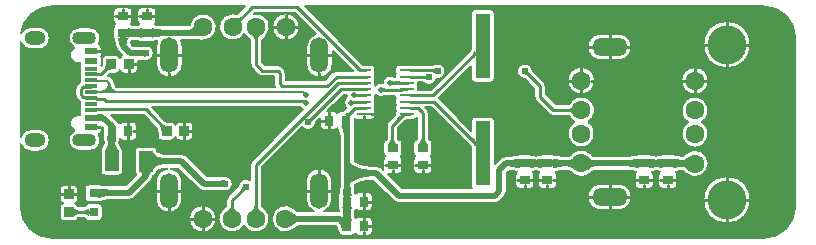
<source format=gtl>
G04 Layer: TopLayer*
G04 EasyEDA Pro v2.2.27.1, 2024-09-16 11:55:17*
G04 Gerber Generator version 0.3*
G04 Scale: 100 percent, Rotated: No, Reflected: No*
G04 Dimensions in millimeters*
G04 Leading zeros omitted, absolute positions, 3 integers and 5 decimals*
%FSLAX35Y35*%
%MOMM*%
%ADD10C,0.2032*%
%ADD11C,0.254*%
%ADD12R,0.8X0.9*%
%ADD13R,0.9X0.8*%
%ADD14R,0.8X0.9*%
%ADD15R,1.2X0.25001*%
%ADD16C,1.6*%
%ADD17O,1.524X2.99999*%
%ADD18O,2.99999X1.524*%
%ADD19C,3.3002*%
%ADD20C,3.29999*%
%ADD21R,1.1X0.55001*%
%ADD22R,1.1X0.3*%
%ADD23O,2.0X1.1*%
%ADD24O,1.8X1.2*%
%ADD25R,1.3X5.49999*%
%ADD26R,0.9X0.8*%
%ADD27R,0.8001X0.8001*%
%ADD28R,0.80648X0.86401*%
%ADD29R,0.86401X0.80648*%
%ADD30R,1.19009X1.72799*%
%ADD31C,0.61*%
%ADD32C,0.5*%
%ADD33C,0.55*%
%ADD34C,0.2*%
%ADD35C,0.22*%
G75*


G04 Copper Start*
G36*
G01X126197Y-208288D02*
G03X37894Y-266916I0J-95814D01*
G02X300000Y-35814I262106J-33084D01*
G01X1932177Y-35814D01*
G01X1870428Y-97563D01*
G01X1868078Y-99722D01*
G01X1853379Y-96586D01*
G03X1850271Y-96065I-7473J-35026D01*
G01X1849510Y-95971D01*
G03X1839450Y-94738I-19110J-114226D01*
G03X1836286Y-94524I-4000J-35590D01*
G01X1835908Y-94515D01*
G03X1830289Y-94384I-5507J-115683D01*
G01X1828055Y-94408D01*
G03X1751122Y-294624I2345J-115790D01*
G03X1930377Y-268577I79239J84520D01*
G03X1949433Y-293006I100023J58380D01*
G01X1951188Y-294699D01*
G01X1951607Y-295077D01*
G03X1954134Y-297355I78793J84880D01*
G01X1955547Y-298629D01*
G03X1958005Y-300653I23978J26603D01*
G01X1959687Y-301918D01*
G03X1961943Y-303613I70713J91720D01*
G01X1966483Y-307026D01*
G01X1968484Y-308426D01*
G01X1981742Y-317045D01*
G01X1981886Y-320316D01*
G01X1981886Y-526539D01*
G03X1996095Y-560844I48514J0D01*
G01X2048495Y-613244D01*
G03X2082800Y-627453I34305J34305D01*
G01X2181425Y-627453D01*
G01X2181425Y-693239D01*
G03X2186986Y-715792I48514J0D01*
G01X847014Y-715792D01*
G02X833214Y-691606I14294J24186D01*
G01X833214Y-686619D01*
G03X819795Y-654224I-45814J0D01*
G01X799795Y-634224D01*
G03X774151Y-621305I-32395J-32395D01*
G01X785438Y-610019D01*
G02X802665Y-604898I17226J-26418D01*
G01X841287Y-604898D01*
G03X876300Y-576618I0J35814D01*
G03X911313Y-604898I35013J7534D01*
G01X991960Y-604898D01*
G03X1027774Y-569084I0J35814D01*
G01X1027774Y-495114D01*
G01X1059759Y-495114D01*
G01X1071187Y-495523D01*
G01X1080805Y-496415D01*
G01X1083685Y-496764D01*
G03X1163315Y-431800I13315J64964D01*
G03X1083685Y-366836I-66314J0D01*
G01X1080805Y-367185D01*
G01X1071187Y-368077D01*
G01X1059759Y-368486D01*
G01X991426Y-368486D01*
G01X967705Y-344765D01*
G02X972053Y-330641I101575J-23535D01*
G02X1003300Y-325202I57147J-235863D01*
G02X1049291Y-334709I-25900J-241302D01*
G03X1059900Y-336316I10609J34207D01*
G01X1149900Y-336316D01*
G03X1160509Y-334709I0J35814D01*
G02X1195010Y-326714I71891J-231795D01*
G03X1183386Y-376403I100390J-49689D01*
G01X1183386Y-524002D01*
G03X1407414Y-524002I112014J0D01*
G01X1407414Y-376403D01*
G03X1394303Y-323816I-112014J0D01*
G01X1473888Y-323816D01*
G01X1524824Y-324445D01*
G01X1575738Y-325917D01*
G03X1669438Y-136121I4675J115719D01*
G03X1465772Y-193761I-89025J-74077D01*
G01X1462546Y-195024D01*
G01X1457850Y-196144D01*
G01X1451837Y-196903D01*
G01X1444395Y-197188D01*
G01X1363908Y-197188D01*
G03X1344650Y-194188I-19258J-60314D01*
G01X1246150Y-194188D01*
G03X1227076Y-197130I0J-63314D01*
G02X1171144Y-189330I5324J242629D01*
G03X1185714Y-160498I-21244J28833D01*
G01X1185714Y-80498D01*
G03X1149900Y-44684I-35814J0D01*
G01X1059900Y-44684D01*
G03X1024086Y-80498I0J-35814D01*
G01X1024086Y-160498D01*
G03X1038656Y-189330I35814J0D01*
G02X1003300Y-195802I-61256J234830D01*
G02X967944Y-189330I25900J241302D01*
G03X982514Y-160498I-21244J28833D01*
G01X982514Y-80498D01*
G03X946700Y-44684I-35814J0D01*
G01X856700Y-44684D01*
G03X820886Y-80498I0J-35814D01*
G01X820886Y-160498D01*
G03X837143Y-190500I35814J0D01*
G03X820886Y-220502I19557J-30002D01*
G01X820886Y-300502D01*
G03X825360Y-317836I35814J0D01*
G02X838386Y-368300I-91240J-50464D01*
G03X856930Y-413070I63314J0D01*
G01X894776Y-450916D01*
G03X876300Y-475150I16536J-31768D01*
G03X841287Y-446870I-35013J-7534D01*
G01X760640Y-446870D01*
G03X724826Y-482684I0J-35814D01*
G01X724826Y-521307D01*
G02X720684Y-536929I-31538J0D01*
G01X720204Y-535358D01*
G03X722017Y-524109I-34002J11249D01*
G01X722017Y-469108D01*
G03X719763Y-456603I-35814J0D01*
G03X722017Y-444099I-33560J12504D01*
G01X722017Y-389098D01*
G03X696549Y-354811I-35814J0D01*
G03X621212Y-213288I-75338J50709D01*
G01X531212Y-213288D01*
G03X490545Y-385301I0J-90814D01*
G03X457991Y-472753I33648J-62311D01*
G03X540389Y-516550I66202J25141D01*
G01X540389Y-524109D01*
G03X542201Y-535358I35814J0D01*
G03X540389Y-546607I34002J-11249D01*
G01X540389Y-576607D01*
G03X541815Y-586613I35814J0D01*
G03X540389Y-596619I34388J-10006D01*
G01X540389Y-626619D01*
G03X541811Y-636613I35814J0D01*
G03X540389Y-646607I34391J-9994D01*
G01X540389Y-676692D01*
G03X530342Y-684402I24257J-42014D01*
G01X513998Y-700745D01*
G03X499789Y-735050I34305J-34305D01*
G01X499789Y-788163D01*
G03X513998Y-822467I48514J0D01*
G01X530342Y-838811D01*
G03X540389Y-846521I34305J34305D01*
G01X540389Y-876606D01*
G03X541815Y-886612I35814J0D01*
G03X540389Y-896619I34388J-10006D01*
G01X540389Y-926619D01*
G03X542201Y-937868I35814J0D01*
G03X540389Y-949117I34002J-11249D01*
G01X540389Y-956676D01*
G03X457995Y-1000459I-16196J-68938D01*
G03X490520Y-1087911I66197J-25154D01*
G03X531212Y-1259912I40692J-81187D01*
G01X621212Y-1259912D01*
G03X696549Y-1118389I0J90814D01*
G03X722017Y-1084102I-10347J34287D01*
G01X722017Y-1052856D01*
G01X729709Y-1060548D01*
G01X729709Y-1137200D01*
G03X731316Y-1147809I35814J0D01*
G02X740796Y-1193553I-231793J-71891D01*
G02X720815Y-1237075I-92787J16252D01*
G03X712681Y-1259801I27680J-22726D01*
G01X712681Y-1432599D01*
G03X748495Y-1468413I35814J0D01*
G01X867504Y-1468413D01*
G03X903318Y-1432599I0J35814D01*
G01X903318Y-1259801D01*
G03X892666Y-1234315I-35814J0D01*
G02X870339Y-1192742I56292J57015D01*
G02X876695Y-1158444I241184J-26958D01*
G03X905528Y-1173014I28833J21244D01*
G01X985528Y-1173014D01*
G03X1021342Y-1137200I0J35814D01*
G01X1021342Y-1047200D01*
G03X985528Y-1011386I-35814J0D01*
G01X905528Y-1011386D01*
G03X875525Y-1027643I0J-35814D01*
G03X859906Y-1014401I-30002J-19557D01*
G03X850293Y-1002053I-54383J-32422D01*
G01X803170Y-954931D01*
G01X1076368Y-954931D01*
G01X1189777Y-1076428D01*
G02X1194726Y-1095530I-34392J-19102D01*
G01X1194726Y-1135400D01*
G03X1230540Y-1171214I35814J0D01*
G01X1311187Y-1171214D01*
G03X1346200Y-1142934I0J35814D01*
G03X1381213Y-1171214I35013J7534D01*
G01X1461860Y-1171214D01*
G03X1497674Y-1135400I0J35814D01*
G01X1497674Y-1049000D01*
G03X1461860Y-1013186I-35814J0D01*
G01X1381213Y-1013186D01*
G03X1346200Y-1041466I0J-35814D01*
G03X1311187Y-1013186I-35013J-7534D01*
G01X1273972Y-1013186D01*
G02X1258627Y-1007993I0J25268D01*
G01X1144208Y-885414D01*
G01X2399899Y-885414D01*
G03X2426691Y-908300I51201J32814D01*
G01X1992382Y-1342609D01*
G03X1978172Y-1376914I34305J-34305D01*
G01X1978172Y-1505820D01*
G03X1876971Y-1557152I-35072J-56280D01*
G01X1876648Y-1559942D01*
G01X1792382Y-1644209D01*
G03X1778173Y-1678513I34305J-34305D01*
G01X1778173Y-1724384D01*
G01X1778029Y-1727655D01*
G01X1764771Y-1736274D01*
G01X1762770Y-1737674D01*
G01X1758229Y-1741087D01*
G03X1755974Y-1742782I68457J-93415D01*
G01X1754292Y-1744047D01*
G03X1751834Y-1746071I21520J-28628D01*
G01X1750421Y-1747345D01*
G03X1747894Y-1749623I76266J-87157D01*
G01X1747475Y-1750001D01*
G01X1745720Y-1751694D01*
G03X1755434Y-1925804I80967J-82808D01*
G03X1926687Y-1892922I71252J91301D01*
G03X2097939Y-1925804I100000J58420D01*
G03X2107653Y-1751694I-71252J91301D01*
G01X2105898Y-1750001D01*
G01X2105479Y-1749623D01*
G03X2102952Y-1747345I-78793J-84880D01*
G01X2101539Y-1746071D01*
G03X2099081Y-1744047I-23978J-26603D01*
G01X2097399Y-1742782D01*
G03X2095144Y-1741087I-70713J-91720D01*
G01X2090603Y-1737674D01*
G01X2088602Y-1736274D01*
G01X2075344Y-1727655D01*
G01X2075200Y-1724384D01*
G01X2075200Y-1397009D01*
G01X2416878Y-1055331D01*
G03X2489850Y-1079301I53358J39377D01*
G03X2536509Y-1018291I-19614J63347D01*
G01X2571984Y-982816D01*
G01X2571984Y-1048300D01*
G03X2607798Y-1084114I35814J0D01*
G01X2687798Y-1084114D01*
G03X2717800Y-1067857I0J35814D01*
G01X2718007Y-1068171D01*
G02X2736975Y-1130800I-93909J-62629D01*
G01X2736975Y-1561600D01*
G02X2726014Y-1633417I-240756J0D01*
G03X2724384Y-1644100I34184J-10683D01*
G01X2724384Y-1734100D01*
G03X2726014Y-1744783I35814J0D01*
G02X2732653Y-1771188I-229795J-71817D01*
G01X2605965Y-1771188D01*
G03X2673701Y-1668297I-44279J102891D01*
G01X2673701Y-1520698D01*
G03X2449673Y-1520698I-112014J0D01*
G01X2449673Y-1668297D01*
G03X2517408Y-1771188I112014J0D01*
G01X2387508Y-1771188D01*
G01X2383491Y-1770851D01*
G01X2381449Y-1770317D01*
G01X2379070Y-1769267D01*
G01X2375879Y-1767318D01*
G01X2371744Y-1764196D01*
G01X2366683Y-1759849D01*
G01X2355382Y-1749545D01*
G03X2160859Y-1834502I-78709J-84957D01*
G03X2355382Y-1919460I115814J0D01*
G01X2366683Y-1909156D01*
G01X2371744Y-1904808D01*
G01X2375879Y-1901687D01*
G01X2379070Y-1899737D01*
G01X2381449Y-1898688D01*
G01X2383491Y-1898154D01*
G01X2387508Y-1897816D01*
G01X2709396Y-1897816D01*
G02X2724494Y-1943428I-69722J-48384D01*
G03X2760289Y-1978072I35795J1170D01*
G01X2840289Y-1978072D01*
G03X2870291Y-1961815I0J35814D01*
G03X2900294Y-1978072I30002J19557D01*
G01X2980294Y-1978072D01*
G03X3016108Y-1942258I0J35814D01*
G01X3016108Y-1852258D01*
G03X2980294Y-1816444I-35814J0D01*
G01X2900294Y-1816444D01*
G03X2871461Y-1831014I0J-35814D01*
G02X2864731Y-1793132I234830J61256D01*
G02X2871389Y-1755370I243520J-23468D01*
G03X2900202Y-1769914I28813J21270D01*
G01X2980202Y-1769914D01*
G03X3016016Y-1734100I0J35814D01*
G01X3016016Y-1644100D01*
G03X2980202Y-1608286I-35814J0D01*
G01X2900202Y-1608286D01*
G03X2871389Y-1622830I0J-35814D01*
G02X2863603Y-1561600I236862J61230D01*
G01X2863603Y-1549002D01*
G02X2992789Y-1511114I129186J-201298D01*
G01X3021774Y-1511114D01*
G01X3194521Y-1683861D01*
G03X3239291Y-1702405I44770J44770D01*
G01X4050509Y-1702405D01*
G03X4095279Y-1683861I0J63314D01*
G01X4134170Y-1644970D01*
G03X4152714Y-1600200I-44770J44770D01*
G01X4152714Y-1448626D01*
G01X4172928Y-1428412D01*
G01X4177800Y-1428412D01*
G02X4239056Y-1436270I0J-242688D01*
G03X4224486Y-1465102I21244J-28833D01*
G01X4224486Y-1545102D01*
G03X4260300Y-1580916I35814J0D01*
G01X4350300Y-1580916D01*
G03X4386114Y-1545102I0J35814D01*
G01X4386114Y-1465102D01*
G03X4371544Y-1436270I-35814J0D01*
G02X4400550Y-1430564I61256J-234830D01*
G02X4429556Y-1436270I-32250J-240535D01*
G03X4414986Y-1465102I21244J-28833D01*
G01X4414986Y-1545102D01*
G03X4450800Y-1580916I35814J0D01*
G01X4540800Y-1580916D01*
G03X4576614Y-1545102I0J35814D01*
G01X4576614Y-1465102D01*
G03X4562044Y-1436270I-35814J0D01*
G02X4623300Y-1428412I61256J-234830D01*
G01X4672105Y-1428412D01*
G01X4676172Y-1428749D01*
G01X4678219Y-1429280D01*
G01X4680567Y-1430310D01*
G01X4683731Y-1432232D01*
G01X4687868Y-1435336D01*
G01X4692998Y-1439702D01*
G01X4704001Y-1449559D01*
G03X4860907Y-1449087I78197J85429D01*
G01X4872207Y-1438783D01*
G01X4877269Y-1434436D01*
G01X4881403Y-1431314D01*
G01X4884595Y-1429365D01*
G01X4886973Y-1428315D01*
G01X4889016Y-1427781D01*
G01X4893033Y-1427444D01*
G01X5186741Y-1427444D01*
G02X5248267Y-1436080I0J-223469D01*
G03X5233427Y-1465110I20974J-29030D01*
G01X5233427Y-1545110D01*
G03X5269241Y-1580924I35814J0D01*
G01X5359241Y-1580924D01*
G03X5395055Y-1545110I0J35814D01*
G01X5395055Y-1465110D01*
G03X5380485Y-1436277I-35814J0D01*
G02X5415544Y-1429837I61256J-234830D01*
G02X5450156Y-1436038I-26555J-247922D01*
G03X5435675Y-1464805I21333J-28767D01*
G01X5435675Y-1544805D01*
G03X5471489Y-1580619I35814J0D01*
G01X5561489Y-1580619D01*
G03X5597303Y-1544805I0J35814D01*
G01X5597303Y-1464805D01*
G03X5582733Y-1435972I-35814J0D01*
G02X5636016Y-1428245I61256J-234830D01*
G01X5638846Y-1428990D01*
G01X5641265Y-1430065D01*
G01X5644491Y-1432047D01*
G01X5648624Y-1435190D01*
G01X5653599Y-1439512D01*
G01X5665283Y-1450399D01*
G03X5860414Y-1366868I79320J84387D01*
G03X5666540Y-1280462I-115811J856D01*
G01X5655610Y-1290209D01*
G01X5650463Y-1294579D01*
G01X5646326Y-1297678D01*
G01X5643168Y-1299594D01*
G01X5640828Y-1300619D01*
G01X5638780Y-1301149D01*
G01X5636207Y-1301362D01*
G02X5572098Y-1290594I7782J242563D01*
G03X5561489Y-1288986I-10609J-34207D01*
G01X5471489Y-1288986D01*
G03X5460633Y-1290671I0J-35814D01*
G02X5415190Y-1300334I-71644J225240D01*
G02X5369850Y-1290899I26551J241231D01*
G03X5359241Y-1289291I-10609J-34207D01*
G01X5269241Y-1289291D01*
G03X5259427Y-1290662I0J-35814D01*
G02X5186741Y-1300816I-72686J255088D01*
G01X4893033Y-1300816D01*
G01X4889016Y-1300478D01*
G01X4886973Y-1299944D01*
G01X4884595Y-1298895D01*
G01X4881403Y-1296946D01*
G01X4877269Y-1293824D01*
G01X4872207Y-1289476D01*
G01X4860907Y-1279172D01*
G03X4702998Y-1279630I-78709J-84957D01*
G01X4691392Y-1290398D01*
G01X4686399Y-1294725D01*
G01X4682266Y-1297863D01*
G01X4679047Y-1299839D01*
G01X4676636Y-1300909D01*
G01X4673826Y-1301649D01*
G01X4673471Y-1301695D01*
G01X4671388Y-1301784D01*
G01X4623300Y-1301784D01*
G02X4551409Y-1290891I0J242688D01*
G03X4540800Y-1289284I-10609J-34207D01*
G01X4450800Y-1289284D01*
G03X4440191Y-1290891I0J-35814D01*
G02X4400550Y-1299631I-71891J231795D01*
G02X4360909Y-1290891I32250J240535D01*
G03X4350300Y-1289284I-10609J-34207D01*
G01X4260300Y-1289284D01*
G03X4249691Y-1290891I0J-35814D01*
G02X4177800Y-1301784I-71891J231795D01*
G01X4146702Y-1301784D01*
G03X4101933Y-1320328I0J-63314D01*
G01X4050514Y-1371747D01*
G01X4050514Y-1005796D01*
G03X4014700Y-969982I-35814J0D01*
G01X3884700Y-969982D01*
G03X3848886Y-1005796I0J-35814D01*
G01X3848886Y-1087877D01*
G01X3574762Y-813752D01*
G01X3848886Y-539628D01*
G01X3848886Y-645204D01*
G03X3884700Y-681018I35814J0D01*
G01X4014700Y-681018D01*
G03X4050514Y-645204I0J35814D01*
G01X4050514Y-95206D01*
G03X4014700Y-59392I-35814J0D01*
G01X3884700Y-59392D01*
G03X3848886Y-95206I0J-35814D01*
G01X3848886Y-397544D01*
G02X3839330Y-411966I-40314J16336D01*
G01X3511318Y-739978D01*
G01X3400024Y-739978D01*
G01X3400024Y-723007D01*
G03X3397172Y-709003I-35814J0D01*
G03X3400024Y-694999I-32962J14004D01*
G01X3400024Y-678028D01*
G01X3444332Y-678028D01*
G03X3559230Y-650222I50378J43124D01*
G03X3630603Y-571866I6216J66022D01*
G03X3535530Y-525018I-65157J-12334D01*
G01X3531828Y-526824D01*
G01X3529538Y-527755D01*
G01X3528946Y-527921D01*
G01X3528286Y-527990D01*
G01X3329610Y-527990D01*
G03X3325216Y-528189I0J-48514D01*
G01X3244210Y-528189D01*
G03X3208396Y-564003I0J-35814D01*
G01X3208396Y-589004D01*
G03X3211247Y-603009I35814J0D01*
G03X3208396Y-617013I32962J-14004D01*
G01X3208396Y-633091D01*
G01X3199011Y-633091D01*
G03X3133940Y-627830I-36671J-48514D01*
G03X3101597Y-684538I28400J-53775D01*
G03X3065983Y-686446I-14697J-59011D01*
G03X3037563Y-707994I20917J-57104D01*
G03X3040004Y-694999I-33373J12995D01*
G01X3040004Y-669997D01*
G03X3037158Y-656006I-35814J0D01*
G03X3040004Y-642014I-32968J13992D01*
G01X3040004Y-617013D01*
G03X3037153Y-603009I-35814J0D01*
G03X3040004Y-589004I-32962J14004D01*
G01X3040004Y-564003D01*
G03X3004190Y-528189I-35814J0D01*
G01X2961284Y-528189D01*
G03X2956890Y-527990I-4394J-48315D01*
G01X2932816Y-527990D01*
G01X2440640Y-35814D01*
G01X6329400Y-35814D01*
G02X6593586Y-300000I0J-264186D01*
G01X6593586Y-1732000D01*
G02X6329400Y-1996186I-264186J0D01*
G01X300000Y-1996186D01*
G02X35814Y-1732000I0J264186D01*
G01X35814Y-1200897D01*
G03X126197Y-1264912I90383J31799D01*
G01X186197Y-1264912D01*
G03X186197Y-1073285I0J95814D01*
G01X126197Y-1073285D01*
G03X35814Y-1137300I0J-95814D01*
G01X35814Y-335900D01*
G03X126197Y-399915I90383J31799D01*
G01X186197Y-399915D01*
G03X186197Y-208288I0J95814D01*
G01X126197Y-208288D01*
G37*
%LPC*%
G36*
G01X523514Y-1666787D02*
G01X523514Y-1586140D01*
G03X487700Y-1550326I-35814J0D01*
G01X401300Y-1550326D01*
G03X365486Y-1586140I0J-35814D01*
G01X365486Y-1666787D01*
G03X393766Y-1701800I35814J0D01*
G03X365486Y-1736813I7534J-35013D01*
G01X365486Y-1817460D01*
G03X401300Y-1853274I35814J0D01*
G01X487700Y-1853274D01*
G03X522448Y-1826136I0J35814D01*
G02X525800Y-1825650I3353J-11325D01*
G01X575488Y-1825650D01*
G02X578555Y-1826056I0J-11811D01*
G03X613588Y-1854431I35033J7438D01*
G01X693598Y-1854431D01*
G03X729412Y-1818617I0J35814D01*
G01X729412Y-1738607D01*
G03X693598Y-1702793I-35814J0D01*
G01X613588Y-1702793D01*
G03X579394Y-1727958I0J-35814D01*
G02X575488Y-1728622I-3906J11146D01*
G01X525800Y-1728622D01*
G02X522448Y-1728137I0J11811D01*
G03X495234Y-1701800I-34747J-8676D01*
G03X523514Y-1666787I-7534J35013D01*
G37*
G36*
G01X926274Y-1549586D02*
G01X775590Y-1549586D01*
G02X698965Y-1543258I0J467107D01*
G03X693090Y-1542773I-5875J-35329D01*
G01X613080Y-1542773D01*
G03X577266Y-1578587I0J-35814D01*
G01X577266Y-1658597D01*
G03X613080Y-1694411I35814J0D01*
G01X693090Y-1694411D01*
G03X708156Y-1691088I0J35814D01*
G02X775590Y-1676214I67434J-145425D01*
G01X952500Y-1676214D01*
G03X997270Y-1657670I0J63314D01*
G01X1141770Y-1513169D01*
G03X1160315Y-1468399I-44770J44770D01*
G01X1160502Y-1468190D01*
G03X1192319Y-1432599I-3997J35590D01*
G01X1192319Y-1428336D01*
G02X1239005Y-1409514I46686J-48489D01*
G01X1278076Y-1409514D01*
G03X1179673Y-1520698I13611J-111184D01*
G01X1179673Y-1668297D01*
G03X1403701Y-1668297I112014J0D01*
G01X1403701Y-1520698D01*
G03X1305297Y-1409514I-112014J0D01*
G01X1370774Y-1409514D01*
G01X1542730Y-1581470D01*
G03X1587500Y-1600014I44770J44770D01*
G01X1728058Y-1600014D01*
G01X1739486Y-1600423D01*
G01X1749105Y-1601315D01*
G01X1751985Y-1601664D01*
G03X1831614Y-1536700I13315J64964D01*
G03X1751985Y-1471736I-66314J0D01*
G01X1749105Y-1472085D01*
G01X1739486Y-1472977D01*
G01X1728058Y-1473386D01*
G01X1613726Y-1473386D01*
G01X1441770Y-1301430D01*
G03X1397000Y-1282886I-44770J-44770D01*
G01X1239005Y-1282886D01*
G02X1192319Y-1264064I0J67311D01*
G01X1192319Y-1259801D01*
G03X1156505Y-1223987I-35814J0D01*
G01X1037496Y-1223987D01*
G03X1001682Y-1259801I0J-35814D01*
G01X1001682Y-1432599D01*
G03X1015219Y-1460642I35814J0D01*
G01X926274Y-1549586D01*
G37*
G36*
G01X1692488Y-1834502D02*
G03X1460861Y-1834502I-115814J0D01*
G03X1692488Y-1834502I115814J0D01*
G37*
G36*
G01X4782198Y-1229957D02*
G03X4840618Y-1014143I0J115814D01*
G03X4873499Y-842891I-58420J100000D01*
G03X4699390Y-833176I-91301J-71252D01*
G01X4697696Y-834931D01*
G01X4697318Y-835351D01*
G03X4695040Y-837878I84880J-78793D01*
G01X4693767Y-839291D01*
G03X4691742Y-841748I26603J-23978D01*
G01X4690478Y-843431D01*
G03X4688782Y-845686I91720J-70713D01*
G01X4685369Y-850227D01*
G01X4683969Y-852228D01*
G01X4675351Y-865486D01*
G01X4672080Y-865629D01*
G01X4566439Y-865629D01*
G01X4480814Y-780005D01*
G01X4480814Y-711200D01*
G03X4466605Y-676895I-48514J0D01*
G01X4371752Y-582042D01*
G01X4371429Y-579252D01*
G03X4258409Y-537309I-66129J-4948D01*
G03X4300352Y-650329I46891J-46891D01*
G01X4303142Y-650652D01*
G01X4383786Y-731295D01*
G01X4383786Y-800100D01*
G03X4397995Y-834405I48514J0D01*
G01X4512039Y-948448D01*
G03X4546343Y-962657I34305J34305D01*
G01X4672080Y-962657D01*
G01X4675351Y-962801D01*
G01X4683969Y-976059D01*
G01X4685369Y-978060D01*
G01X4688782Y-982601D01*
G03X4690478Y-984856I93415J68457D01*
G01X4691742Y-986538D01*
G03X4693767Y-988996I28628J21520D01*
G01X4695040Y-990409D01*
G03X4697318Y-992936I87157J76266D01*
G01X4697696Y-993356D01*
G01X4699390Y-995110D01*
G03X4723778Y-1014143I82808J80967D01*
G03X4782198Y-1229957I58420J-100000D01*
G37*
G36*
G01X4782198Y-779945D02*
G03X4782198Y-548317I0J115814D01*
G03X4782198Y-779945I0J-115814D01*
G37*
G36*
G01X4948403Y-491157D02*
G01X5096002Y-491157D01*
G03X5096002Y-267129I0J112014D01*
G01X4948403Y-267129D01*
G03X4948403Y-491157I0J-112014D01*
G37*
G36*
G01X4948403Y-1761157D02*
G01X5096002Y-1761157D01*
G03X5096002Y-1537129I0J112014D01*
G01X4948403Y-1537129D01*
G03X4948403Y-1761157I0J-112014D01*
G37*
G36*
G01X5744604Y-1231814D02*
G03X5803024Y-1016000I0J115814D01*
G03X5744604Y-800186I-58420J100000D01*
G03X5686184Y-1016000I0J-115814D01*
G03X5744604Y-1231814I58420J-100000D01*
G37*
G36*
G01X5744604Y-781827D02*
G03X5744604Y-550200I0J115814D01*
G03X5744604Y-781827I0J-115814D01*
G37*
G36*
G01X6015596Y-559817D02*
G03X6015596Y-158190I0J200814D01*
G03X6015596Y-559817I0J-200814D01*
G37*
G36*
G01X6015596Y-1873810D02*
G03X6015596Y-1472183I0J200814D01*
G03X6015596Y-1873810I0J-200814D01*
G37*
%LPD*%
G36*
G01X2078914Y-320316D02*
G01X2079057Y-317045D01*
G01X2092316Y-308426D01*
G01X2094317Y-307026D01*
G01X2098857Y-303613D01*
G03X2101112Y-301918I-68457J93415D01*
G01X2102795Y-300653D01*
G03X2105252Y-298629I-21520J28628D01*
G01X2106665Y-297355D01*
G03X2109192Y-295077I-76266J87157D01*
G01X2109612Y-294699D01*
G01X2111367Y-293006D01*
G03X2133077Y-156623I-80967J82808D01*
G03X2008792Y-96418I-102677J-53575D01*
G01X2013995Y-91214D01*
G01X2358822Y-91214D01*
G01X2535940Y-268332D01*
G03X2453386Y-376403I29460J-108071D01*
G01X2453386Y-524002D01*
G03X2677414Y-524002I112014J0D01*
G01X2677414Y-409806D01*
G01X2848376Y-580768D01*
G01X2848376Y-581025D01*
G01X2710586Y-581000D01*
G03X2676282Y-595209I0J-48514D01*
G01X2608805Y-662686D01*
G01X2278453Y-662686D01*
G01X2278453Y-596900D01*
G03X2264244Y-562595I-48514J0D01*
G01X2246284Y-544635D01*
G03X2211979Y-530425I-34305J-34305D01*
G01X2102895Y-530425D01*
G01X2078914Y-506444D01*
G01X2078914Y-320316D01*
G37*
%LPC*%
G36*
G01X2164598Y-210198D02*
G03X2396226Y-210198I115814J0D01*
G03X2164598Y-210198I-115814J0D01*
G37*
%LPD*%
G36*
G01X2770778Y-784022D02*
G01X2796844Y-784022D01*
G03X2797921Y-800600I60656J-4386D01*
G03X2771389Y-847363I34179J-50300D01*
G03X2792311Y-896891I60711J-3537D01*
G01X2776273Y-912930D01*
G02X2761851Y-922486I-30758J30758D01*
G01X2747802Y-922486D01*
G03X2717800Y-938743I0J-35814D01*
G03X2687798Y-922486I-30002J-19557D01*
G01X2632313Y-922486D01*
G01X2770778Y-784022D01*
G37*
G36*
G01X2884190Y-995811D02*
G01X3004190Y-995811D01*
G03X3040004Y-959997I0J35814D01*
G01X3040004Y-934996D01*
G03X3037158Y-921004I-35814J0D01*
G03X3040004Y-907012I-32968J13992D01*
G01X3040004Y-882011D01*
G03X3037153Y-868007I-35814J0D01*
G03X3040004Y-854003I-32962J14004D01*
G01X3040004Y-829001D01*
G03X3037153Y-814997I-35814J0D01*
G03X3040004Y-800993I-32962J14004D01*
G01X3040004Y-782268D01*
G03X3124365Y-791453I46896J38718D01*
G01X3208396Y-791453D01*
G01X3208396Y-800993D01*
G03X3211247Y-814997I35814J0D01*
G03X3208396Y-829001I32962J-14004D01*
G01X3208396Y-854003D01*
G03X3211247Y-868007I35814J0D01*
G03X3208396Y-882011I32962J-14004D01*
G01X3208396Y-907012D01*
G03X3211242Y-921004I35814J0D01*
G03X3208396Y-934996I32968J-13992D01*
G01X3208396Y-949573D01*
G02X3195411Y-965080I-94086J65594D01*
G01X3148135Y-1012356D01*
G03X3133925Y-1046661I34305J-34305D01*
G01X3133925Y-1159998D01*
G02X3133390Y-1163515I-11811J0D01*
G03X3106886Y-1198098I9311J-34583D01*
G01X3106886Y-1278098D01*
G03X3123143Y-1308100I35814J0D01*
G03X3106886Y-1338102I19557J-30002D01*
G01X3106886Y-1417147D01*
G01X3092770Y-1403030D01*
G03X3048000Y-1384486I-44770J-44770D01*
G01X2992789Y-1384486D01*
G02X2863603Y-1346598I0J239186D01*
G01X2863603Y-1130800D01*
G01X2863603Y-1130800D01*
G01X2863616Y-1048311D01*
G01X2863616Y-1048311D01*
G01X2863616Y-989312D01*
G03X2884190Y-995811I20574J29315D01*
G37*
G36*
G01X3306280Y-996010D02*
G01X3329610Y-996010D01*
G03X3334004Y-995811I0J48514D01*
G01X3364210Y-995811D01*
G03X3393186Y-981045I0J35814D01*
G01X3393186Y-1159998D01*
G01X3392921Y-1162484D01*
G03X3360886Y-1198098I3779J-35614D01*
G01X3360886Y-1278098D01*
G03X3377143Y-1308100I35814J0D01*
G03X3360886Y-1338102I19557J-30002D01*
G01X3360886Y-1418102D01*
G03X3396700Y-1453916I35814J0D01*
G01X3486700Y-1453916D01*
G03X3522514Y-1418102I0J35814D01*
G01X3522514Y-1338102D01*
G03X3506257Y-1308100I-35814J0D01*
G03X3522514Y-1278098I-19557J30002D01*
G01X3522514Y-1198098D01*
G03X3490479Y-1162484I-35814J0D01*
G01X3490214Y-1159998D01*
G01X3490214Y-939800D01*
G03X3476005Y-905495I-48514J0D01*
G01X3460525Y-890016D01*
G01X3513807Y-890016D01*
G01X3839330Y-1215539D01*
G02X3848886Y-1229961I-30758J-30758D01*
G01X3848886Y-1555794D01*
G03X3854979Y-1575777I35814J0D01*
G01X3265516Y-1575777D01*
G01X3143656Y-1453916D01*
G01X3232700Y-1453916D01*
G03X3268514Y-1418102I0J35814D01*
G01X3268514Y-1338102D01*
G03X3252257Y-1308100I-35814J0D01*
G03X3268514Y-1278098I-19557J30002D01*
G01X3268514Y-1198098D01*
G03X3232700Y-1162284I-35814J0D01*
G01X3231177Y-1162284D01*
G01X3230953Y-1159998D01*
G01X3230953Y-1066756D01*
G01X3292342Y-1005367D01*
G02X3306280Y-996010I30758J-30758D01*
G37*
G54D10*
G01X126197Y-208288D02*
G03X37894Y-266916I0J-95814D01*
G02X300000Y-35814I262106J-33084D01*
G01X1932177Y-35814D01*
G01X1870428Y-97563D01*
G01X1868078Y-99722D01*
G01X1853379Y-96586D01*
G03X1850271Y-96065I-7473J-35026D01*
G01X1849510Y-95971D01*
G03X1839450Y-94738I-19110J-114226D01*
G03X1836286Y-94524I-4000J-35590D01*
G01X1835908Y-94515D01*
G03X1830289Y-94384I-5507J-115683D01*
G01X1828055Y-94408D01*
G03X1751122Y-294624I2345J-115790D01*
G03X1930377Y-268577I79239J84520D01*
G03X1949433Y-293006I100023J58380D01*
G01X1951188Y-294699D01*
G01X1951607Y-295077D01*
G03X1954134Y-297355I78793J84880D01*
G01X1955547Y-298629D01*
G03X1958005Y-300653I23978J26603D01*
G01X1959687Y-301918D01*
G03X1961943Y-303613I70713J91720D01*
G01X1966483Y-307026D01*
G01X1968484Y-308426D01*
G01X1981742Y-317045D01*
G01X1981886Y-320316D01*
G01X1981886Y-526539D01*
G03X1996095Y-560844I48514J0D01*
G01X2048495Y-613244D01*
G03X2082800Y-627453I34305J34305D01*
G01X2181425Y-627453D01*
G01X2181425Y-693239D01*
G03X2186986Y-715792I48514J0D01*
G01X847014Y-715792D01*
G02X833214Y-691606I14294J24186D01*
G01X833214Y-686619D01*
G03X819795Y-654224I-45814J0D01*
G01X799795Y-634224D01*
G03X774151Y-621305I-32395J-32395D01*
G01X785438Y-610019D01*
G02X802665Y-604898I17226J-26418D01*
G01X841287Y-604898D01*
G03X876300Y-576618I0J35814D01*
G03X911313Y-604898I35013J7534D01*
G01X991960Y-604898D01*
G03X1027774Y-569084I0J35814D01*
G01X1027774Y-495114D01*
G01X1059759Y-495114D01*
G01X1071187Y-495523D01*
G01X1080805Y-496415D01*
G01X1083685Y-496764D01*
G03X1163315Y-431800I13315J64964D01*
G03X1083685Y-366836I-66314J0D01*
G01X1080805Y-367185D01*
G01X1071187Y-368077D01*
G01X1059759Y-368486D01*
G01X991426Y-368486D01*
G01X967705Y-344765D01*
G02X972053Y-330641I101575J-23535D01*
G02X1003300Y-325202I57147J-235863D01*
G02X1049291Y-334709I-25900J-241302D01*
G03X1059900Y-336316I10609J34207D01*
G01X1149900Y-336316D01*
G03X1160509Y-334709I0J35814D01*
G02X1195010Y-326714I71891J-231795D01*
G03X1183386Y-376403I100390J-49689D01*
G01X1183386Y-524002D01*
G03X1407414Y-524002I112014J0D01*
G01X1407414Y-376403D01*
G03X1394303Y-323816I-112014J0D01*
G01X1473888Y-323816D01*
G01X1524824Y-324445D01*
G01X1575738Y-325917D01*
G03X1669438Y-136121I4675J115719D01*
G03X1465772Y-193761I-89025J-74077D01*
G01X1462546Y-195024D01*
G01X1457850Y-196144D01*
G01X1451837Y-196903D01*
G01X1444395Y-197188D01*
G01X1363908Y-197188D01*
G03X1344650Y-194188I-19258J-60314D01*
G01X1246150Y-194188D01*
G03X1227076Y-197130I0J-63314D01*
G02X1171144Y-189330I5324J242629D01*
G03X1185714Y-160498I-21244J28833D01*
G01X1185714Y-80498D01*
G03X1149900Y-44684I-35814J0D01*
G01X1059900Y-44684D01*
G03X1024086Y-80498I0J-35814D01*
G01X1024086Y-160498D01*
G03X1038656Y-189330I35814J0D01*
G02X1003300Y-195802I-61256J234830D01*
G02X967944Y-189330I25900J241302D01*
G03X982514Y-160498I-21244J28833D01*
G01X982514Y-80498D01*
G03X946700Y-44684I-35814J0D01*
G01X856700Y-44684D01*
G03X820886Y-80498I0J-35814D01*
G01X820886Y-160498D01*
G03X837143Y-190500I35814J0D01*
G03X820886Y-220502I19557J-30002D01*
G01X820886Y-300502D01*
G03X825360Y-317836I35814J0D01*
G02X838386Y-368300I-91240J-50464D01*
G03X856930Y-413070I63314J0D01*
G01X894776Y-450916D01*
G03X876300Y-475150I16536J-31768D01*
G03X841287Y-446870I-35013J-7534D01*
G01X760640Y-446870D01*
G03X724826Y-482684I0J-35814D01*
G01X724826Y-521307D01*
G02X720684Y-536929I-31538J0D01*
G01X720204Y-535358D01*
G03X722017Y-524109I-34002J11249D01*
G01X722017Y-469108D01*
G03X719763Y-456603I-35814J0D01*
G03X722017Y-444099I-33560J12504D01*
G01X722017Y-389098D01*
G03X696549Y-354811I-35814J0D01*
G03X621212Y-213288I-75338J50709D01*
G01X531212Y-213288D01*
G03X490545Y-385301I0J-90814D01*
G03X457991Y-472753I33648J-62311D01*
G03X540389Y-516550I66202J25141D01*
G01X540389Y-524109D01*
G03X542201Y-535358I35814J0D01*
G03X540389Y-546607I34002J-11249D01*
G01X540389Y-576607D01*
G03X541815Y-586613I35814J0D01*
G03X540389Y-596619I34388J-10006D01*
G01X540389Y-626619D01*
G03X541811Y-636613I35814J0D01*
G03X540389Y-646607I34391J-9994D01*
G01X540389Y-676692D01*
G03X530342Y-684402I24257J-42014D01*
G01X513998Y-700745D01*
G03X499789Y-735050I34305J-34305D01*
G01X499789Y-788163D01*
G03X513998Y-822467I48514J0D01*
G01X530342Y-838811D01*
G03X540389Y-846521I34305J34305D01*
G01X540389Y-876606D01*
G03X541815Y-886612I35814J0D01*
G03X540389Y-896619I34388J-10006D01*
G01X540389Y-926619D01*
G03X542201Y-937868I35814J0D01*
G03X540389Y-949117I34002J-11249D01*
G01X540389Y-956676D01*
G03X457995Y-1000459I-16196J-68938D01*
G03X490520Y-1087911I66197J-25154D01*
G03X531212Y-1259912I40692J-81187D01*
G01X621212Y-1259912D01*
G03X696549Y-1118389I0J90814D01*
G03X722017Y-1084102I-10347J34287D01*
G01X722017Y-1052856D01*
G01X729709Y-1060548D01*
G01X729709Y-1137200D01*
G03X731316Y-1147809I35814J0D01*
G02X740796Y-1193553I-231793J-71891D01*
G02X720815Y-1237075I-92787J16252D01*
G03X712681Y-1259801I27680J-22726D01*
G01X712681Y-1432599D01*
G03X748495Y-1468413I35814J0D01*
G01X867504Y-1468413D01*
G03X903318Y-1432599I0J35814D01*
G01X903318Y-1259801D01*
G03X892666Y-1234315I-35814J0D01*
G02X870339Y-1192742I56292J57015D01*
G02X876695Y-1158444I241184J-26958D01*
G03X905528Y-1173014I28833J21244D01*
G01X985528Y-1173014D01*
G03X1021342Y-1137200I0J35814D01*
G01X1021342Y-1047200D01*
G03X985528Y-1011386I-35814J0D01*
G01X905528Y-1011386D01*
G03X875525Y-1027643I0J-35814D01*
G03X859906Y-1014401I-30002J-19557D01*
G03X850293Y-1002053I-54383J-32422D01*
G01X803170Y-954931D01*
G01X1076368Y-954931D01*
G01X1189777Y-1076428D01*
G02X1194726Y-1095530I-34392J-19102D01*
G01X1194726Y-1135400D01*
G03X1230540Y-1171214I35814J0D01*
G01X1311187Y-1171214D01*
G03X1346200Y-1142934I0J35814D01*
G03X1381213Y-1171214I35013J7534D01*
G01X1461860Y-1171214D01*
G03X1497674Y-1135400I0J35814D01*
G01X1497674Y-1049000D01*
G03X1461860Y-1013186I-35814J0D01*
G01X1381213Y-1013186D01*
G03X1346200Y-1041466I0J-35814D01*
G03X1311187Y-1013186I-35013J-7534D01*
G01X1273972Y-1013186D01*
G02X1258627Y-1007993I0J25268D01*
G01X1144208Y-885414D01*
G01X2399899Y-885414D01*
G03X2426691Y-908300I51201J32814D01*
G01X1992382Y-1342609D01*
G03X1978172Y-1376914I34305J-34305D01*
G01X1978172Y-1505820D01*
G03X1876971Y-1557152I-35072J-56280D01*
G01X1876648Y-1559942D01*
G01X1792382Y-1644209D01*
G03X1778173Y-1678513I34305J-34305D01*
G01X1778173Y-1724384D01*
G01X1778029Y-1727655D01*
G01X1764771Y-1736274D01*
G01X1762770Y-1737674D01*
G01X1758229Y-1741087D01*
G03X1755974Y-1742782I68457J-93415D01*
G01X1754292Y-1744047D01*
G03X1751834Y-1746071I21520J-28628D01*
G01X1750421Y-1747345D01*
G03X1747894Y-1749623I76266J-87157D01*
G01X1747475Y-1750001D01*
G01X1745720Y-1751694D01*
G03X1755434Y-1925804I80967J-82808D01*
G03X1926687Y-1892922I71252J91301D01*
G03X2097939Y-1925804I100000J58420D01*
G03X2107653Y-1751694I-71252J91301D01*
G01X2105898Y-1750001D01*
G01X2105479Y-1749623D01*
G03X2102952Y-1747345I-78793J-84880D01*
G01X2101539Y-1746071D01*
G03X2099081Y-1744047I-23978J-26603D01*
G01X2097399Y-1742782D01*
G03X2095144Y-1741087I-70713J-91720D01*
G01X2090603Y-1737674D01*
G01X2088602Y-1736274D01*
G01X2075344Y-1727655D01*
G01X2075200Y-1724384D01*
G01X2075200Y-1397009D01*
G01X2416878Y-1055331D01*
G03X2489850Y-1079301I53358J39377D01*
G03X2536509Y-1018291I-19614J63347D01*
G01X2571984Y-982816D01*
G01X2571984Y-1048300D01*
G03X2607798Y-1084114I35814J0D01*
G01X2687798Y-1084114D01*
G03X2717800Y-1067857I0J35814D01*
G01X2718007Y-1068171D01*
G02X2736975Y-1130800I-93909J-62629D01*
G01X2736975Y-1561600D01*
G02X2726014Y-1633417I-240756J0D01*
G03X2724384Y-1644100I34184J-10683D01*
G01X2724384Y-1734100D01*
G03X2726014Y-1744783I35814J0D01*
G02X2732653Y-1771188I-229795J-71817D01*
G01X2605965Y-1771188D01*
G03X2673701Y-1668297I-44279J102891D01*
G01X2673701Y-1520698D01*
G03X2449673Y-1520698I-112014J0D01*
G01X2449673Y-1668297D01*
G03X2517408Y-1771188I112014J0D01*
G01X2387508Y-1771188D01*
G01X2383491Y-1770851D01*
G01X2381449Y-1770317D01*
G01X2379070Y-1769267D01*
G01X2375879Y-1767318D01*
G01X2371744Y-1764196D01*
G01X2366683Y-1759849D01*
G01X2355382Y-1749545D01*
G03X2160859Y-1834502I-78709J-84957D01*
G03X2355382Y-1919460I115814J0D01*
G01X2366683Y-1909156D01*
G01X2371744Y-1904808D01*
G01X2375879Y-1901687D01*
G01X2379070Y-1899737D01*
G01X2381449Y-1898688D01*
G01X2383491Y-1898154D01*
G01X2387508Y-1897816D01*
G01X2709396Y-1897816D01*
G02X2724494Y-1943428I-69722J-48384D01*
G03X2760289Y-1978072I35795J1170D01*
G01X2840289Y-1978072D01*
G03X2870291Y-1961815I0J35814D01*
G03X2900294Y-1978072I30002J19557D01*
G01X2980294Y-1978072D01*
G03X3016108Y-1942258I0J35814D01*
G01X3016108Y-1852258D01*
G03X2980294Y-1816444I-35814J0D01*
G01X2900294Y-1816444D01*
G03X2871461Y-1831014I0J-35814D01*
G02X2864731Y-1793132I234830J61256D01*
G02X2871389Y-1755370I243520J-23468D01*
G03X2900202Y-1769914I28813J21270D01*
G01X2980202Y-1769914D01*
G03X3016016Y-1734100I0J35814D01*
G01X3016016Y-1644100D01*
G03X2980202Y-1608286I-35814J0D01*
G01X2900202Y-1608286D01*
G03X2871389Y-1622830I0J-35814D01*
G02X2863603Y-1561600I236862J61230D01*
G01X2863603Y-1549002D01*
G02X2992789Y-1511114I129186J-201298D01*
G01X3021774Y-1511114D01*
G01X3194521Y-1683861D01*
G03X3239291Y-1702405I44770J44770D01*
G01X4050509Y-1702405D01*
G03X4095279Y-1683861I0J63314D01*
G01X4134170Y-1644970D01*
G03X4152714Y-1600200I-44770J44770D01*
G01X4152714Y-1448626D01*
G01X4172928Y-1428412D01*
G01X4177800Y-1428412D01*
G02X4239056Y-1436270I0J-242688D01*
G03X4224486Y-1465102I21244J-28833D01*
G01X4224486Y-1545102D01*
G03X4260300Y-1580916I35814J0D01*
G01X4350300Y-1580916D01*
G03X4386114Y-1545102I0J35814D01*
G01X4386114Y-1465102D01*
G03X4371544Y-1436270I-35814J0D01*
G02X4400550Y-1430564I61256J-234830D01*
G02X4429556Y-1436270I-32250J-240535D01*
G03X4414986Y-1465102I21244J-28833D01*
G01X4414986Y-1545102D01*
G03X4450800Y-1580916I35814J0D01*
G01X4540800Y-1580916D01*
G03X4576614Y-1545102I0J35814D01*
G01X4576614Y-1465102D01*
G03X4562044Y-1436270I-35814J0D01*
G02X4623300Y-1428412I61256J-234830D01*
G01X4672105Y-1428412D01*
G01X4676172Y-1428749D01*
G01X4678219Y-1429280D01*
G01X4680567Y-1430310D01*
G01X4683731Y-1432232D01*
G01X4687868Y-1435336D01*
G01X4692998Y-1439702D01*
G01X4704001Y-1449559D01*
G03X4860907Y-1449087I78197J85429D01*
G01X4872207Y-1438783D01*
G01X4877269Y-1434436D01*
G01X4881403Y-1431314D01*
G01X4884595Y-1429365D01*
G01X4886973Y-1428315D01*
G01X4889016Y-1427781D01*
G01X4893033Y-1427444D01*
G01X5186741Y-1427444D01*
G02X5248267Y-1436080I0J-223469D01*
G03X5233427Y-1465110I20974J-29030D01*
G01X5233427Y-1545110D01*
G03X5269241Y-1580924I35814J0D01*
G01X5359241Y-1580924D01*
G03X5395055Y-1545110I0J35814D01*
G01X5395055Y-1465110D01*
G03X5380485Y-1436277I-35814J0D01*
G02X5415544Y-1429837I61256J-234830D01*
G02X5450156Y-1436038I-26555J-247922D01*
G03X5435675Y-1464805I21333J-28767D01*
G01X5435675Y-1544805D01*
G03X5471489Y-1580619I35814J0D01*
G01X5561489Y-1580619D01*
G03X5597303Y-1544805I0J35814D01*
G01X5597303Y-1464805D01*
G03X5582733Y-1435972I-35814J0D01*
G02X5636016Y-1428245I61256J-234830D01*
G01X5638846Y-1428990D01*
G01X5641265Y-1430065D01*
G01X5644491Y-1432047D01*
G01X5648624Y-1435190D01*
G01X5653599Y-1439512D01*
G01X5665283Y-1450399D01*
G03X5860414Y-1366868I79320J84387D01*
G03X5666540Y-1280462I-115811J856D01*
G01X5655610Y-1290209D01*
G01X5650463Y-1294579D01*
G01X5646326Y-1297678D01*
G01X5643168Y-1299594D01*
G01X5640828Y-1300619D01*
G01X5638780Y-1301149D01*
G01X5636207Y-1301362D01*
G02X5572098Y-1290594I7782J242563D01*
G03X5561489Y-1288986I-10609J-34207D01*
G01X5471489Y-1288986D01*
G03X5460633Y-1290671I0J-35814D01*
G02X5415190Y-1300334I-71644J225240D01*
G02X5369850Y-1290899I26551J241231D01*
G03X5359241Y-1289291I-10609J-34207D01*
G01X5269241Y-1289291D01*
G03X5259427Y-1290662I0J-35814D01*
G02X5186741Y-1300816I-72686J255088D01*
G01X4893033Y-1300816D01*
G01X4889016Y-1300478D01*
G01X4886973Y-1299944D01*
G01X4884595Y-1298895D01*
G01X4881403Y-1296946D01*
G01X4877269Y-1293824D01*
G01X4872207Y-1289476D01*
G01X4860907Y-1279172D01*
G03X4702998Y-1279630I-78709J-84957D01*
G01X4691392Y-1290398D01*
G01X4686399Y-1294725D01*
G01X4682266Y-1297863D01*
G01X4679047Y-1299839D01*
G01X4676636Y-1300909D01*
G01X4673826Y-1301649D01*
G01X4673471Y-1301695D01*
G01X4671388Y-1301784D01*
G01X4623300Y-1301784D01*
G02X4551409Y-1290891I0J242688D01*
G03X4540800Y-1289284I-10609J-34207D01*
G01X4450800Y-1289284D01*
G03X4440191Y-1290891I0J-35814D01*
G02X4400550Y-1299631I-71891J231795D01*
G02X4360909Y-1290891I32250J240535D01*
G03X4350300Y-1289284I-10609J-34207D01*
G01X4260300Y-1289284D01*
G03X4249691Y-1290891I0J-35814D01*
G02X4177800Y-1301784I-71891J231795D01*
G01X4146702Y-1301784D01*
G03X4101933Y-1320328I0J-63314D01*
G01X4050514Y-1371747D01*
G01X4050514Y-1005796D01*
G03X4014700Y-969982I-35814J0D01*
G01X3884700Y-969982D01*
G03X3848886Y-1005796I0J-35814D01*
G01X3848886Y-1087877D01*
G01X3574762Y-813752D01*
G01X3848886Y-539628D01*
G01X3848886Y-645204D01*
G03X3884700Y-681018I35814J0D01*
G01X4014700Y-681018D01*
G03X4050514Y-645204I0J35814D01*
G01X4050514Y-95206D01*
G03X4014700Y-59392I-35814J0D01*
G01X3884700Y-59392D01*
G03X3848886Y-95206I0J-35814D01*
G01X3848886Y-397544D01*
G02X3839330Y-411966I-40314J16336D01*
G01X3511318Y-739978D01*
G01X3400024Y-739978D01*
G01X3400024Y-723007D01*
G03X3397172Y-709003I-35814J0D01*
G03X3400024Y-694999I-32962J14004D01*
G01X3400024Y-678028D01*
G01X3444332Y-678028D01*
G03X3559230Y-650222I50378J43124D01*
G03X3630603Y-571866I6216J66022D01*
G03X3535530Y-525018I-65157J-12334D01*
G01X3531828Y-526824D01*
G01X3529538Y-527755D01*
G01X3528946Y-527921D01*
G01X3528286Y-527990D01*
G01X3329610Y-527990D01*
G03X3325216Y-528189I0J-48514D01*
G01X3244210Y-528189D01*
G03X3208396Y-564003I0J-35814D01*
G01X3208396Y-589004D01*
G03X3211247Y-603009I35814J0D01*
G03X3208396Y-617013I32962J-14004D01*
G01X3208396Y-633091D01*
G01X3199011Y-633091D01*
G03X3133940Y-627830I-36671J-48514D01*
G03X3101597Y-684538I28400J-53775D01*
G03X3065983Y-686446I-14697J-59011D01*
G03X3037563Y-707994I20917J-57104D01*
G03X3040004Y-694999I-33373J12995D01*
G01X3040004Y-669997D01*
G03X3037158Y-656006I-35814J0D01*
G03X3040004Y-642014I-32968J13992D01*
G01X3040004Y-617013D01*
G03X3037153Y-603009I-35814J0D01*
G03X3040004Y-589004I-32962J14004D01*
G01X3040004Y-564003D01*
G03X3004190Y-528189I-35814J0D01*
G01X2961284Y-528189D01*
G03X2956890Y-527990I-4394J-48315D01*
G01X2932816Y-527990D01*
G01X2440640Y-35814D01*
G01X6329400Y-35814D01*
G02X6593586Y-300000I0J-264186D01*
G01X6593586Y-1732000D01*
G02X6329400Y-1996186I-264186J0D01*
G01X300000Y-1996186D01*
G02X35814Y-1732000I0J264186D01*
G01X35814Y-1200897D01*
G03X126197Y-1264912I90383J31799D01*
G01X186197Y-1264912D01*
G03X186197Y-1073285I0J95814D01*
G01X126197Y-1073285D01*
G03X35814Y-1137300I0J-95814D01*
G01X35814Y-335900D01*
G03X126197Y-399915I90383J31799D01*
G01X186197Y-399915D01*
G03X186197Y-208288I0J95814D01*
G01X126197Y-208288D01*
G01X523514Y-1666787D02*
G01X523514Y-1586140D01*
G03X487700Y-1550326I-35814J0D01*
G01X401300Y-1550326D01*
G03X365486Y-1586140I0J-35814D01*
G01X365486Y-1666787D01*
G03X393766Y-1701800I35814J0D01*
G03X365486Y-1736813I7534J-35013D01*
G01X365486Y-1817460D01*
G03X401300Y-1853274I35814J0D01*
G01X487700Y-1853274D01*
G03X522448Y-1826136I0J35814D01*
G02X525800Y-1825650I3353J-11325D01*
G01X575488Y-1825650D01*
G02X578555Y-1826056I0J-11811D01*
G03X613588Y-1854431I35033J7438D01*
G01X693598Y-1854431D01*
G03X729412Y-1818617I0J35814D01*
G01X729412Y-1738607D01*
G03X693598Y-1702793I-35814J0D01*
G01X613588Y-1702793D01*
G03X579394Y-1727958I0J-35814D01*
G02X575488Y-1728622I-3906J11146D01*
G01X525800Y-1728622D01*
G02X522448Y-1728137I0J11811D01*
G03X495234Y-1701800I-34747J-8676D01*
G03X523514Y-1666787I-7534J35013D01*
G01X926274Y-1549586D02*
G01X775590Y-1549586D01*
G02X698965Y-1543258I0J467107D01*
G03X693090Y-1542773I-5875J-35329D01*
G01X613080Y-1542773D01*
G03X577266Y-1578587I0J-35814D01*
G01X577266Y-1658597D01*
G03X613080Y-1694411I35814J0D01*
G01X693090Y-1694411D01*
G03X708156Y-1691088I0J35814D01*
G02X775590Y-1676214I67434J-145425D01*
G01X952500Y-1676214D01*
G03X997270Y-1657670I0J63314D01*
G01X1141770Y-1513169D01*
G03X1160315Y-1468399I-44770J44770D01*
G01X1160502Y-1468190D01*
G03X1192319Y-1432599I-3997J35590D01*
G01X1192319Y-1428336D01*
G02X1239005Y-1409514I46686J-48489D01*
G01X1278076Y-1409514D01*
G03X1179673Y-1520698I13611J-111184D01*
G01X1179673Y-1668297D01*
G03X1403701Y-1668297I112014J0D01*
G01X1403701Y-1520698D01*
G03X1305297Y-1409514I-112014J0D01*
G01X1370774Y-1409514D01*
G01X1542730Y-1581470D01*
G03X1587500Y-1600014I44770J44770D01*
G01X1728058Y-1600014D01*
G01X1739486Y-1600423D01*
G01X1749105Y-1601315D01*
G01X1751985Y-1601664D01*
G03X1831614Y-1536700I13315J64964D01*
G03X1751985Y-1471736I-66314J0D01*
G01X1749105Y-1472085D01*
G01X1739486Y-1472977D01*
G01X1728058Y-1473386D01*
G01X1613726Y-1473386D01*
G01X1441770Y-1301430D01*
G03X1397000Y-1282886I-44770J-44770D01*
G01X1239005Y-1282886D01*
G02X1192319Y-1264064I0J67311D01*
G01X1192319Y-1259801D01*
G03X1156505Y-1223987I-35814J0D01*
G01X1037496Y-1223987D01*
G03X1001682Y-1259801I0J-35814D01*
G01X1001682Y-1432599D01*
G03X1015219Y-1460642I35814J0D01*
G01X926274Y-1549586D01*
G01X1692488Y-1834502D02*
G03X1460861Y-1834502I-115814J0D01*
G03X1692488Y-1834502I115814J0D01*
G01X4782198Y-1229957D02*
G03X4840618Y-1014143I0J115814D01*
G03X4873499Y-842891I-58420J100000D01*
G03X4699390Y-833176I-91301J-71252D01*
G01X4697696Y-834931D01*
G01X4697318Y-835351D01*
G03X4695040Y-837878I84880J-78793D01*
G01X4693767Y-839291D01*
G03X4691742Y-841748I26603J-23978D01*
G01X4690478Y-843431D01*
G03X4688782Y-845686I91720J-70713D01*
G01X4685369Y-850227D01*
G01X4683969Y-852228D01*
G01X4675351Y-865486D01*
G01X4672080Y-865629D01*
G01X4566439Y-865629D01*
G01X4480814Y-780005D01*
G01X4480814Y-711200D01*
G03X4466605Y-676895I-48514J0D01*
G01X4371752Y-582042D01*
G01X4371429Y-579252D01*
G03X4258409Y-537309I-66129J-4948D01*
G03X4300352Y-650329I46891J-46891D01*
G01X4303142Y-650652D01*
G01X4383786Y-731295D01*
G01X4383786Y-800100D01*
G03X4397995Y-834405I48514J0D01*
G01X4512039Y-948448D01*
G03X4546343Y-962657I34305J34305D01*
G01X4672080Y-962657D01*
G01X4675351Y-962801D01*
G01X4683969Y-976059D01*
G01X4685369Y-978060D01*
G01X4688782Y-982601D01*
G03X4690478Y-984856I93415J68457D01*
G01X4691742Y-986538D01*
G03X4693767Y-988996I28628J21520D01*
G01X4695040Y-990409D01*
G03X4697318Y-992936I87157J76266D01*
G01X4697696Y-993356D01*
G01X4699390Y-995110D01*
G03X4723778Y-1014143I82808J80967D01*
G03X4782198Y-1229957I58420J-100000D01*
G01X4782198Y-779945D02*
G03X4782198Y-548317I0J115814D01*
G03X4782198Y-779945I0J-115814D01*
G01X4948403Y-491157D02*
G01X5096002Y-491157D01*
G03X5096002Y-267129I0J112014D01*
G01X4948403Y-267129D01*
G03X4948403Y-491157I0J-112014D01*
G01X4948403Y-1761157D02*
G01X5096002Y-1761157D01*
G03X5096002Y-1537129I0J112014D01*
G01X4948403Y-1537129D01*
G03X4948403Y-1761157I0J-112014D01*
G01X5744604Y-1231814D02*
G03X5803024Y-1016000I0J115814D01*
G03X5744604Y-800186I-58420J100000D01*
G03X5686184Y-1016000I0J-115814D01*
G03X5744604Y-1231814I58420J-100000D01*
G01X5744604Y-781827D02*
G03X5744604Y-550200I0J115814D01*
G03X5744604Y-781827I0J-115814D01*
G01X6015596Y-559817D02*
G03X6015596Y-158190I0J200814D01*
G03X6015596Y-559817I0J-200814D01*
G01X6015596Y-1873810D02*
G03X6015596Y-1472183I0J200814D01*
G03X6015596Y-1873810I0J-200814D01*
G01X2078914Y-320316D02*
G01X2079057Y-317045D01*
G01X2092316Y-308426D01*
G01X2094317Y-307026D01*
G01X2098857Y-303613D01*
G03X2101112Y-301918I-68457J93415D01*
G01X2102795Y-300653D01*
G03X2105252Y-298629I-21520J28628D01*
G01X2106665Y-297355D01*
G03X2109192Y-295077I-76266J87157D01*
G01X2109612Y-294699D01*
G01X2111367Y-293006D01*
G03X2133077Y-156623I-80967J82808D01*
G03X2008792Y-96418I-102677J-53575D01*
G01X2013995Y-91214D01*
G01X2358822Y-91214D01*
G01X2535940Y-268332D01*
G03X2453386Y-376403I29460J-108071D01*
G01X2453386Y-524002D01*
G03X2677414Y-524002I112014J0D01*
G01X2677414Y-409806D01*
G01X2848376Y-580768D01*
G01X2848376Y-581025D01*
G01X2710586Y-581000D01*
G03X2676282Y-595209I0J-48514D01*
G01X2608805Y-662686D01*
G01X2278453Y-662686D01*
G01X2278453Y-596900D01*
G03X2264244Y-562595I-48514J0D01*
G01X2246284Y-544635D01*
G03X2211979Y-530425I-34305J-34305D01*
G01X2102895Y-530425D01*
G01X2078914Y-506444D01*
G01X2078914Y-320316D01*
G01X2164598Y-210198D02*
G03X2396226Y-210198I115814J0D01*
G03X2164598Y-210198I-115814J0D01*
G01X2770778Y-784022D02*
G01X2796844Y-784022D01*
G03X2797921Y-800600I60656J-4386D01*
G03X2771389Y-847363I34179J-50300D01*
G03X2792311Y-896891I60711J-3537D01*
G01X2776273Y-912930D01*
G02X2761851Y-922486I-30758J30758D01*
G01X2747802Y-922486D01*
G03X2717800Y-938743I0J-35814D01*
G03X2687798Y-922486I-30002J-19557D01*
G01X2632313Y-922486D01*
G01X2770778Y-784022D01*
G01X2884190Y-995811D02*
G01X3004190Y-995811D01*
G03X3040004Y-959997I0J35814D01*
G01X3040004Y-934996D01*
G03X3037158Y-921004I-35814J0D01*
G03X3040004Y-907012I-32968J13992D01*
G01X3040004Y-882011D01*
G03X3037153Y-868007I-35814J0D01*
G03X3040004Y-854003I-32962J14004D01*
G01X3040004Y-829001D01*
G03X3037153Y-814997I-35814J0D01*
G03X3040004Y-800993I-32962J14004D01*
G01X3040004Y-782268D01*
G03X3124365Y-791453I46896J38718D01*
G01X3208396Y-791453D01*
G01X3208396Y-800993D01*
G03X3211247Y-814997I35814J0D01*
G03X3208396Y-829001I32962J-14004D01*
G01X3208396Y-854003D01*
G03X3211247Y-868007I35814J0D01*
G03X3208396Y-882011I32962J-14004D01*
G01X3208396Y-907012D01*
G03X3211242Y-921004I35814J0D01*
G03X3208396Y-934996I32968J-13992D01*
G01X3208396Y-949573D01*
G02X3195411Y-965080I-94086J65594D01*
G01X3148135Y-1012356D01*
G03X3133925Y-1046661I34305J-34305D01*
G01X3133925Y-1159998D01*
G02X3133390Y-1163515I-11811J0D01*
G03X3106886Y-1198098I9311J-34583D01*
G01X3106886Y-1278098D01*
G03X3123143Y-1308100I35814J0D01*
G03X3106886Y-1338102I19557J-30002D01*
G01X3106886Y-1417147D01*
G01X3092770Y-1403030D01*
G03X3048000Y-1384486I-44770J-44770D01*
G01X2992789Y-1384486D01*
G02X2863603Y-1346598I0J239186D01*
G01X2863603Y-1130800D01*
G01X2863603Y-1130800D01*
G01X2863616Y-1048311D01*
G01X2863616Y-1048311D01*
G01X2863616Y-989312D01*
G03X2884190Y-995811I20574J29315D01*
G01X3306280Y-996010D02*
G01X3329610Y-996010D01*
G03X3334004Y-995811I0J48514D01*
G01X3364210Y-995811D01*
G03X3393186Y-981045I0J35814D01*
G01X3393186Y-1159998D01*
G01X3392921Y-1162484D01*
G03X3360886Y-1198098I3779J-35614D01*
G01X3360886Y-1278098D01*
G03X3377143Y-1308100I35814J0D01*
G03X3360886Y-1338102I19557J-30002D01*
G01X3360886Y-1418102D01*
G03X3396700Y-1453916I35814J0D01*
G01X3486700Y-1453916D01*
G03X3522514Y-1418102I0J35814D01*
G01X3522514Y-1338102D01*
G03X3506257Y-1308100I-35814J0D01*
G03X3522514Y-1278098I-19557J30002D01*
G01X3522514Y-1198098D01*
G03X3490479Y-1162484I-35814J0D01*
G01X3490214Y-1159998D01*
G01X3490214Y-939800D01*
G03X3476005Y-905495I-48514J0D01*
G01X3460525Y-890016D01*
G01X3513807Y-890016D01*
G01X3839330Y-1215539D01*
G02X3848886Y-1229961I-30758J-30758D01*
G01X3848886Y-1555794D01*
G03X3854979Y-1575777I35814J0D01*
G01X3265516Y-1575777D01*
G01X3143656Y-1453916D01*
G01X3232700Y-1453916D01*
G03X3268514Y-1418102I0J35814D01*
G01X3268514Y-1338102D01*
G03X3252257Y-1308100I-35814J0D01*
G03X3268514Y-1278098I-19557J30002D01*
G01X3268514Y-1198098D01*
G03X3232700Y-1162284I-35814J0D01*
G01X3231177Y-1162284D01*
G01X3230953Y-1159998D01*
G01X3230953Y-1066756D01*
G01X3292342Y-1005367D01*
G02X3306280Y-996010I30758J-30758D01*
G54D11*
G01X444500Y-1586394D02*
G01X444500Y-1560486D01*
G01X487446Y-1626464D02*
G01X513354Y-1626464D01*
G01X401554Y-1626464D02*
G01X375646Y-1626464D01*
G01X991706Y-525884D02*
G01X1017614Y-525884D01*
G01X951636Y-568830D02*
G01X951636Y-594738D01*
G01X685949Y-416598D02*
G01X711857Y-416598D01*
G01X685949Y-1056602D02*
G01X711857Y-1056602D01*
G01X985274Y-1092200D02*
G01X1011182Y-1092200D01*
G01X945528Y-1136946D02*
G01X945528Y-1162854D01*
G01X945528Y-1047454D02*
G01X945528Y-1021546D01*
G01X1104900Y-80752D02*
G01X1104900Y-54844D01*
G01X1149646Y-120498D02*
G01X1175554Y-120498D01*
G01X1060154Y-120498D02*
G01X1034246Y-120498D01*
G01X901700Y-80752D02*
G01X901700Y-54844D01*
G01X946446Y-120498D02*
G01X972354Y-120498D01*
G01X856954Y-120498D02*
G01X831046Y-120498D01*
G01X2608052Y-1003300D02*
G01X2582144Y-1003300D01*
G01X2647798Y-958554D02*
G01X2647798Y-932646D01*
G01X2647798Y-1048046D02*
G01X2647798Y-1073954D01*
G01X3003936Y-947496D02*
G01X3029844Y-947496D01*
G01X2944190Y-959743D02*
G01X2944190Y-985651D01*
G01X2979948Y-1689100D02*
G01X3005856Y-1689100D01*
G01X2940202Y-1733846D02*
G01X2940202Y-1759754D01*
G01X2940202Y-1644354D02*
G01X2940202Y-1618446D01*
G01X3187700Y-1417848D02*
G01X3187700Y-1443756D01*
G01X3142954Y-1378102D02*
G01X3117046Y-1378102D01*
G01X3232446Y-1378102D02*
G01X3258354Y-1378102D01*
G01X1461606Y-1092200D02*
G01X1487514Y-1092200D01*
G01X1421536Y-1135146D02*
G01X1421536Y-1161054D01*
G01X1421536Y-1049254D02*
G01X1421536Y-1023346D01*
G01X2980040Y-1897258D02*
G01X3005948Y-1897258D01*
G01X2940294Y-1942004D02*
G01X2940294Y-1967912D01*
G01X2940294Y-1852512D02*
G01X2940294Y-1826604D01*
G01X3441700Y-1417848D02*
G01X3441700Y-1443756D01*
G01X3396954Y-1378102D02*
G01X3371046Y-1378102D01*
G01X3486446Y-1378102D02*
G01X3512354Y-1378102D01*
G01X4305300Y-1544848D02*
G01X4305300Y-1570756D01*
G01X4260554Y-1505102D02*
G01X4234646Y-1505102D01*
G01X4350046Y-1505102D02*
G01X4375954Y-1505102D01*
G01X4495800Y-1544848D02*
G01X4495800Y-1570756D01*
G01X4451054Y-1505102D02*
G01X4425146Y-1505102D01*
G01X4540546Y-1505102D02*
G01X4566454Y-1505102D01*
G01X5314241Y-1544856D02*
G01X5314241Y-1570764D01*
G01X5269495Y-1505110D02*
G01X5243587Y-1505110D01*
G01X5358987Y-1505110D02*
G01X5384895Y-1505110D01*
G01X5516489Y-1544551D02*
G01X5516489Y-1570459D01*
G01X5471743Y-1504805D02*
G01X5445835Y-1504805D01*
G01X5561235Y-1504805D02*
G01X5587143Y-1504805D01*
G01X1656420Y-1834502D02*
G01X1682328Y-1834502D01*
G01X1496929Y-1834502D02*
G01X1471021Y-1834502D01*
G01X1576675Y-1914248D02*
G01X1576675Y-1940156D01*
G01X1576675Y-1754756D02*
G01X1576675Y-1728848D01*
G01X1367633Y-1594498D02*
G01X1393541Y-1594498D01*
G01X1215741Y-1594498D02*
G01X1189833Y-1594498D01*
G01X1291687Y-1744243D02*
G01X1291687Y-1770151D01*
G01X2637633Y-1594498D02*
G01X2663541Y-1594498D01*
G01X2485741Y-1594498D02*
G01X2459833Y-1594498D01*
G01X2561687Y-1444752D02*
G01X2561687Y-1418844D01*
G01X2200666Y-210198D02*
G01X2174758Y-210198D01*
G01X2360158Y-210198D02*
G01X2386066Y-210198D01*
G01X2280412Y-130452D02*
G01X2280412Y-104544D01*
G01X2280412Y-289944D02*
G01X2280412Y-315852D01*
G01X1219454Y-450202D02*
G01X1193546Y-450202D01*
G01X1371346Y-450202D02*
G01X1397254Y-450202D01*
G01X1295400Y-599948D02*
G01X1295400Y-625856D01*
G01X2489454Y-450202D02*
G01X2463546Y-450202D01*
G01X2641346Y-450202D02*
G01X2667254Y-450202D01*
G01X2565400Y-599948D02*
G01X2565400Y-625856D01*
G01X4782198Y-743877D02*
G01X4782198Y-769785D01*
G01X4782198Y-584385D02*
G01X4782198Y-558477D01*
G01X4702452Y-664131D02*
G01X4676544Y-664131D01*
G01X4861944Y-664131D02*
G01X4887852Y-664131D01*
G01X5022202Y-1725089D02*
G01X5022202Y-1750997D01*
G01X5022202Y-1573197D02*
G01X5022202Y-1547289D01*
G01X4872457Y-1649143D02*
G01X4846549Y-1649143D01*
G01X5171948Y-1649143D02*
G01X5197856Y-1649143D01*
G01X5022202Y-455089D02*
G01X5022202Y-480997D01*
G01X5022202Y-303197D02*
G01X5022202Y-277289D01*
G01X4872457Y-379143D02*
G01X4846549Y-379143D01*
G01X5171948Y-379143D02*
G01X5197856Y-379143D01*
G01X5744604Y-745759D02*
G01X5744604Y-771667D01*
G01X5744604Y-586268D02*
G01X5744604Y-560360D01*
G01X5664858Y-666013D02*
G01X5638950Y-666013D01*
G01X5824350Y-666013D02*
G01X5850258Y-666013D01*
G01X6015596Y-523749D02*
G01X6015596Y-549657D01*
G01X6015596Y-194258D02*
G01X6015596Y-168350D01*
G01X5850851Y-359004D02*
G01X5824943Y-359004D01*
G01X6180342Y-359004D02*
G01X6206250Y-359004D01*
G01X6015596Y-1837742D02*
G01X6015596Y-1863650D01*
G01X6015596Y-1508251D02*
G01X6015596Y-1482343D01*
G01X5850851Y-1672996D02*
G01X5824943Y-1672996D01*
G01X6180342Y-1672996D02*
G01X6206250Y-1672996D01*
G04 Copper End*

G04 TearDrop Start*
G36*
G01X2043100Y-319531D02*
G01X2017700Y-319531D01*
G01X2017431Y-313390D01*
G01X2016646Y-308095D01*
G01X2015380Y-303541D01*
G01X2013667Y-299621D01*
G01X2011542Y-296231D01*
G01X2009038Y-293262D01*
G01X2006191Y-290611D01*
G01X2003035Y-288170D01*
G01X1988003Y-278399D01*
G01X1979525Y-272026D01*
G01X1975165Y-268096D01*
G01X1970772Y-263531D01*
G01X2090028Y-263531D01*
G01X2085634Y-268096D01*
G01X2081275Y-272026D01*
G01X2072797Y-278399D01*
G01X2057765Y-288170D01*
G01X2054609Y-290611D01*
G01X2051761Y-293262D01*
G01X2049258Y-296231D01*
G01X2047133Y-299621D01*
G01X2045420Y-303541D01*
G01X2044154Y-308095D01*
G01X2043369Y-313390D01*
G01X2043100Y-319531D01*
G37*
G36*
G01X2013986Y-1725169D02*
G01X2039386Y-1725169D01*
G01X2039656Y-1731310D01*
G01X2040440Y-1736605D01*
G01X2041706Y-1741159D01*
G01X2043419Y-1745079D01*
G01X2045545Y-1748469D01*
G01X2048048Y-1751438D01*
G01X2050895Y-1754089D01*
G01X2054052Y-1756530D01*
G01X2069083Y-1766301D01*
G01X2077562Y-1772674D01*
G01X2081921Y-1776604D01*
G01X2086315Y-1781169D01*
G01X1967058Y-1781169D01*
G01X1971452Y-1776604D01*
G01X1975811Y-1772674D01*
G01X1984289Y-1766301D01*
G01X1999321Y-1756530D01*
G01X2002478Y-1754089D01*
G01X2005325Y-1751438D01*
G01X2007828Y-1748469D01*
G01X2009953Y-1745079D01*
G01X2011666Y-1741159D01*
G01X2012932Y-1736605D01*
G01X2013717Y-1731310D01*
G01X2013986Y-1725169D01*
G37*
G36*
G01X1813987Y-1725169D02*
G01X1839387Y-1725169D01*
G01X1839656Y-1731310D01*
G01X1840441Y-1736605D01*
G01X1841707Y-1741159D01*
G01X1843420Y-1745079D01*
G01X1845545Y-1748469D01*
G01X1848048Y-1751438D01*
G01X1850895Y-1754089D01*
G01X1854052Y-1756530D01*
G01X1869084Y-1766301D01*
G01X1877562Y-1772674D01*
G01X1881921Y-1776604D01*
G01X1886315Y-1781169D01*
G01X1767058Y-1781169D01*
G01X1771452Y-1776604D01*
G01X1775812Y-1772674D01*
G01X1784290Y-1766301D01*
G01X1799322Y-1756530D01*
G01X1802478Y-1754089D01*
G01X1805325Y-1751438D01*
G01X1807828Y-1748469D01*
G01X1809954Y-1745079D01*
G01X1811667Y-1741159D01*
G01X1812933Y-1736605D01*
G01X1813717Y-1731310D01*
G01X1813987Y-1725169D01*
G37*
G36*
G01X1922606Y-1600555D02*
G01X1904645Y-1582594D01*
G01X1906500Y-1580421D01*
G01X1908081Y-1577939D01*
G01X1910485Y-1572321D01*
G01X1911968Y-1566292D01*
G01X1912647Y-1560403D01*
G01X1944797Y-1592553D01*
G01X1938908Y-1593232D01*
G01X1932879Y-1594715D01*
G01X1927261Y-1597119D01*
G01X1924779Y-1598700D01*
G01X1922606Y-1600555D01*
G37*
G36*
G01X3850865Y-487001D02*
G01X3864654Y-437290D01*
G03X3884700Y-403455I-56082J56082D01*
G01X3884700Y-466955D01*
G03X3850865Y-487001I22246J-76128D01*
G37*
G36*
G01X3864654Y-1190215D02*
G01X3850865Y-1140504D01*
G03X3884700Y-1160550I56082J56082D01*
G01X3884700Y-1224050D01*
G03X3864654Y-1190215I-76128J-22246D01*
G37*
G36*
G01X3169739Y-1159998D02*
G01X3195139Y-1159998D01*
G03X3214189Y-1198098I47625J0D01*
G01X3150689Y-1198098D01*
G03X3169739Y-1159998I-28575J38100D01*
G37*
G36*
G01X3429000Y-1159998D02*
G01X3454400Y-1159998D01*
G03X3473450Y-1198098I47625J0D01*
G01X3409950Y-1198098D01*
G03X3429000Y-1159998I-28575J38100D01*
G37*
G36*
G01X3518684Y-589204D02*
G01X3530157Y-563804D01*
G01X3535679Y-563225D01*
G01X3541137Y-561700D01*
G01X3546443Y-559543D01*
G01X3551507Y-557072D01*
G01X3540034Y-601067D01*
G01X3538279Y-598854D01*
G01X3536039Y-596711D01*
G01X3530553Y-592911D01*
G01X3524470Y-590223D01*
G01X3521484Y-589470D01*
G01X3518684Y-589204D01*
G37*
G36*
G01X4343755Y-604694D02*
G01X4325794Y-622655D01*
G01X4323621Y-620800D01*
G01X4321139Y-619219D01*
G01X4315521Y-616815D01*
G01X4309492Y-615332D01*
G01X4303603Y-614653D01*
G01X4335753Y-582503D01*
G01X4336432Y-588392D01*
G01X4337915Y-594421D01*
G01X4340319Y-600039D01*
G01X4341900Y-602521D01*
G01X4343755Y-604694D01*
G37*
G36*
G01X4672865Y-926843D02*
G01X4672865Y-901443D01*
G01X4679005Y-901174D01*
G01X4684300Y-900389D01*
G01X4688854Y-899123D01*
G01X4692774Y-897410D01*
G01X4696165Y-895285D01*
G01X4699133Y-892782D01*
G01X4701785Y-889935D01*
G01X4704226Y-886778D01*
G01X4713997Y-871747D01*
G01X4720370Y-863268D01*
G01X4724299Y-858909D01*
G01X4728865Y-854515D01*
G01X4728865Y-973772D01*
G01X4724299Y-969378D01*
G01X4720370Y-965019D01*
G01X4713997Y-956540D01*
G01X4704226Y-941509D01*
G01X4701785Y-938352D01*
G01X4699133Y-935505D01*
G01X4696165Y-933002D01*
G01X4692774Y-930876D01*
G01X4688854Y-929163D01*
G01X4684300Y-927898D01*
G01X4679005Y-927113D01*
G01X4672865Y-926843D01*
G37*
G36*
G01X1895218Y-123422D02*
G01X1916158Y-138402D01*
G01X1912077Y-142872D01*
G01X1908928Y-147152D01*
G01X1906618Y-151287D01*
G01X1905053Y-155321D01*
G01X1904140Y-159297D01*
G01X1903785Y-163261D01*
G01X1903896Y-167254D01*
G01X1904377Y-171323D01*
G01X1906081Y-179859D01*
G01X1908148Y-189220D01*
G01X1909832Y-199758D01*
G01X1910296Y-205578D01*
G01X1910384Y-211824D01*
G01X1823129Y-130529D01*
G01X1829552Y-130190D01*
G01X1835451Y-130328D01*
G01X1845907Y-131612D01*
G01X1863061Y-135272D01*
G01X1866902Y-135801D01*
G01X1870679Y-135966D01*
G01X1874450Y-135662D01*
G01X1878272Y-134784D01*
G01X1882202Y-133225D01*
G01X1886298Y-130882D01*
G01X1890617Y-127649D01*
G01X1895218Y-123422D01*
G37*
G36*
G01X762253Y-582555D02*
G01X747169Y-561718D01*
G03X760640Y-521307I-53882J40411D01*
G01X802665Y-569084D01*
G03X762253Y-582555I0J-67352D01*
G37*
G36*
G01X833023Y-1219700D02*
G01X778023Y-1219700D01*
G03X765523Y-1137200I-278499J-0D01*
G01X845523Y-1137200D01*
G03X833023Y-1219700I265999J-82499D01*
G37*
G36*
G01X778023Y-1177301D02*
G01X833023Y-1177301D01*
G03X867504Y-1259801I115935J-0D01*
G01X748495Y-1259801D01*
G03X778023Y-1177301I-100486J82500D01*
G37*
G36*
G01X2409073Y-849600D02*
G01X2419600Y-827600D01*
G01X2433773Y-828062D01*
G01X2441402Y-828177D01*
G01X2447900Y-827806D01*
G01X2426574Y-857442D01*
G01X2425705Y-854858D01*
G01X2424309Y-852915D01*
G01X2422460Y-851522D01*
G01X2420235Y-850587D01*
G01X2414956Y-849725D01*
G01X2409073Y-849600D01*
G37*
G36*
G01X715228Y-598919D02*
G01X715228Y-624319D01*
G03X686203Y-626619I0J-184304D01*
G01X686203Y-596619D01*
G03X715228Y-598919I29026J182004D01*
G37*
G36*
G01X735317Y-949117D02*
G01X735317Y-1004117D01*
G01X686203Y-1004118D01*
G01X686203Y-949117D01*
G01X735317Y-949117D01*
G37*
G36*
G01X564646Y-731406D02*
G01X564646Y-706006D01*
G03X576203Y-696594I0J11801D01*
G01X576203Y-726594D01*
G03X564646Y-731406I0J-16282D01*
G37*
G36*
G01X564646Y-817206D02*
G01X564646Y-791806D01*
G03X576203Y-796594I11557J11556D01*
G01X576203Y-826593D01*
G03X564646Y-817206I-11557J-2420D01*
G37*
G36*
G01X777400Y-691606D02*
G02X717400Y-751606I-60000J0D01*
G01X787400Y-761606D01*
G01X839303Y-751606D01*
G02X797400Y-691606I22006J60000D01*
G01X777400Y-691606D01*
G37*
G36*
G01X3196507Y-668905D02*
G01X3196507Y-694305D01*
G01X3192050Y-694723D01*
G01X3187238Y-695914D01*
G01X3182686Y-697784D01*
G01X3179007Y-700239D01*
G01X3179007Y-662971D01*
G01X3182686Y-665426D01*
G01X3187238Y-667296D01*
G01X3192050Y-668487D01*
G01X3196507Y-668905D01*
G37*
G36*
G01X1218468Y-1054680D02*
G01X1234048Y-1034147D01*
G03X1273972Y-1049000I39924J46229D01*
G01X1230540Y-1095530D01*
G03X1218468Y-1054680I-75155J0D01*
G37*
G36*
G01X3206110Y-694305D02*
G01X3206110Y-668905D01*
G03X3244210Y-669997I38100J663818D01*
G01X3244210Y-694999D01*
G03X3206110Y-694305I-38099J-1045923D01*
G37*
G36*
G01X3267018Y-980043D02*
G01X3220735Y-990404D01*
G03X3244210Y-959997I-106426J106426D01*
G01X3300853Y-959997D01*
G03X3267018Y-980043I22246J-76128D01*
G37*
G36*
G01X3120606Y-730239D02*
G01X3121517Y-755639D01*
G01X3117030Y-756069D01*
G01X3112209Y-757296D01*
G01X3107667Y-759228D01*
G01X3104017Y-761771D01*
G01X3103107Y-724514D01*
G01X3106814Y-726882D01*
G01X3111375Y-728686D01*
G01X3116176Y-729835D01*
G01X3120606Y-730239D01*
G37*
G36*
G01X2801597Y-938254D02*
G01X2849578Y-926194D01*
G03X2827802Y-958300I72844J-72845D01*
G01X2767762Y-958300D01*
G03X2801597Y-938254I-22246J76128D01*
G37*
G36*
G01X525800Y-1764436D02*
G01X525800Y-1789836D01*
G03X487700Y-1808886I0J-47625D01*
G01X487700Y-1745386D01*
G03X525800Y-1764436I38100J28575D01*
G37*
G36*
G01X575488Y-1789836D02*
G01X575488Y-1764436D01*
G03X613588Y-1745386I0J47625D01*
G01X613588Y-1808886D01*
G03X575488Y-1789836I-38100J-28575D01*
G37*
G36*
G01X1124501Y-1468399D02*
G01X1069501Y-1468399D01*
G03X1037496Y-1432599I-36025J0D01*
G01X1156505Y-1432599D01*
G03X1124501Y-1468399I4021J-35800D01*
G37*
G36*
G01X775590Y-1585400D02*
G01X775590Y-1640400D01*
G03X693090Y-1658597I-0J-196113D01*
G01X693090Y-1578587D01*
G03X775590Y-1585400I82499J496106D01*
G37*
G36*
G01X1239005Y-1318700D02*
G01X1239005Y-1373700D01*
G03X1156505Y-1414950I-0J-103125D01*
G01X1156505Y-1277450D01*
G03X1239005Y-1318700I82500J61875D01*
G37*
G36*
G01X1728700Y-1564200D02*
G01X1728700Y-1509200D01*
G01X1741782Y-1508731D01*
G01X1752910Y-1507700D01*
G01X1765300Y-1506200D01*
G01X1765300Y-1567200D01*
G01X1752910Y-1565700D01*
G01X1741782Y-1564669D01*
G01X1728700Y-1564200D01*
G37*
G36*
G01X2386006Y-1807002D02*
G01X2386006Y-1862002D01*
G01X2377418Y-1862724D01*
G01X2369616Y-1864763D01*
G01X2362434Y-1867932D01*
G01X2355705Y-1872042D01*
G01X2349264Y-1876906D01*
G01X2342945Y-1882334D01*
G01X2330006Y-1894131D01*
G01X2330006Y-1774874D01*
G01X2342945Y-1786671D01*
G01X2349264Y-1792099D01*
G01X2355705Y-1796962D01*
G01X2362434Y-1801072D01*
G01X2369616Y-1804241D01*
G01X2377418Y-1806281D01*
G01X2386006Y-1807002D01*
G37*
G36*
G01X2725007Y-1860867D02*
G01X2758898Y-1816976D01*
G03X2840289Y-1852258I85333J85333D01*
G01X2760289Y-1942258D01*
G03X2725007Y-1860867I-120615J-3943D01*
G37*
G36*
G01X2827789Y-1816600D02*
G01X2772789Y-1816600D01*
G03X2760198Y-1734100I-276571J0D01*
G01X2840198Y-1734100D01*
G03X2827789Y-1816600I268054J-82500D01*
G37*
G36*
G01X2772789Y-1769758D02*
G01X2827789Y-1769758D01*
G03X2840289Y-1852258I278501J-0D01*
G01X2760289Y-1852258D01*
G03X2772789Y-1769758I-266001J82500D01*
G37*
G36*
G01X4177800Y-1392598D02*
G01X4177800Y-1337598D01*
G03X4260300Y-1325098I0J278501D01*
G01X4260300Y-1405098D01*
G03X4177800Y-1392598I-82500J-266001D01*
G37*
G36*
G01X2992789Y-1475300D02*
G03X2827789Y-1530300I-0J-275000D01*
G01X2800289Y-1439226D01*
G01X2827789Y-1365300D01*
G03X2992789Y-1420300I165000J220000D01*
G01X2992789Y-1475300D01*
G37*
G36*
G01X2827789Y-1130800D02*
G01X2772789Y-1130800D01*
G03X2747802Y-1048300I-148691J0D01*
G01X2827802Y-1048300D01*
G01X2827802Y-1048300D01*
G01X2827789Y-1130800D01*
G37*
G36*
G01X2772789Y-1561600D02*
G01X2827789Y-1561600D01*
G03X2840198Y-1644100I280462J-0D01*
G01X2760198Y-1644100D01*
G03X2772789Y-1561600I-263979J82500D01*
G37*
G36*
G01X4432800Y-1337598D02*
G01X4432800Y-1392598D01*
G03X4350300Y-1405098I-0J-278501D01*
G01X4350300Y-1325098D01*
G03X4432800Y-1337598I82500J266001D01*
G37*
G36*
G01X4368300Y-1392598D02*
G01X4368300Y-1337598D01*
G03X4450800Y-1325098I0J278501D01*
G01X4450800Y-1405098D01*
G03X4368300Y-1392598I-82500J-266001D01*
G37*
G36*
G01X4623300Y-1337598D02*
G01X4623300Y-1392598D01*
G03X4540800Y-1405098I-0J-278501D01*
G01X4540800Y-1325098D01*
G03X4623300Y-1337598I82500J266001D01*
G37*
G36*
G01X4673590Y-1392598D02*
G01X4672147Y-1337598D01*
G01X4676539Y-1337411D01*
G01X4680721Y-1336869D01*
G01X4688538Y-1334809D01*
G01X4695750Y-1331609D01*
G01X4702513Y-1327458D01*
G01X4708980Y-1322547D01*
G01X4715306Y-1317065D01*
G01X4728147Y-1305151D01*
G01X4729590Y-1424399D01*
G01X4716555Y-1412722D01*
G01X4710241Y-1407349D01*
G01X4703826Y-1402535D01*
G01X4697131Y-1398467D01*
G01X4689979Y-1395330D01*
G01X4682191Y-1393312D01*
G01X4673590Y-1392598D01*
G37*
G36*
G01X4891531Y-1336630D02*
G01X4891531Y-1391630D01*
G01X4882943Y-1392352D01*
G01X4875141Y-1394391D01*
G01X4867959Y-1397560D01*
G01X4861230Y-1401670D01*
G01X4854789Y-1406533D01*
G01X4848469Y-1411961D01*
G01X4835531Y-1423758D01*
G01X4835531Y-1304502D01*
G01X4848469Y-1316299D01*
G01X4854789Y-1321727D01*
G01X4861230Y-1326590D01*
G01X4867959Y-1330700D01*
G01X4875141Y-1333869D01*
G01X4882943Y-1335908D01*
G01X4891531Y-1336630D01*
G37*
G36*
G01X5186741Y-1391630D02*
G01X5186741Y-1336630D01*
G03X5269241Y-1325105I0J301055D01*
G01X5269241Y-1405105D01*
G03X5186741Y-1391630I-82500J-245808D01*
G37*
G36*
G01X5441741Y-1337605D02*
G01X5441741Y-1392605D01*
G03X5359241Y-1405105I-0J-278501D01*
G01X5359241Y-1325105D01*
G03X5441741Y-1337605I82500J266001D01*
G37*
G36*
G01X5388989Y-1392605D02*
G01X5388989Y-1337605D01*
G03X5471489Y-1324800I0J272174D01*
G01X5471489Y-1404800D01*
G03X5388989Y-1392605I-82500J-272959D01*
G37*
G36*
G01X5643989Y-1337300D02*
G01X5643989Y-1392300D01*
G03X5561489Y-1404800I-0J-278501D01*
G01X5561489Y-1324800D01*
G03X5643989Y-1337300I82500J266001D01*
G37*
G36*
G01X5634374Y-1392300D02*
G01X5636180Y-1337300D01*
G01X5644784Y-1336588D01*
G01X5652569Y-1334575D01*
G01X5659714Y-1331446D01*
G01X5666400Y-1327389D01*
G01X5672809Y-1322588D01*
G01X5679121Y-1317229D01*
G01X5692180Y-1305583D01*
G01X5690373Y-1424826D01*
G01X5677557Y-1412883D01*
G01X5671230Y-1407388D01*
G01X5664756Y-1402465D01*
G01X5657985Y-1398304D01*
G01X5650764Y-1395096D01*
G01X5642945Y-1393031D01*
G01X5638762Y-1392487D01*
G01X5634374Y-1392300D01*
G37*
G36*
G01X1124501Y-1382800D02*
G01X1069501Y-1382800D01*
G01X1069032Y-1369718D01*
G01X1068001Y-1358590D01*
G01X1066501Y-1346200D01*
G01X1127501Y-1346200D01*
G01X1126001Y-1358590D01*
G01X1124969Y-1369718D01*
G01X1124501Y-1382800D01*
G37*
G36*
G01X1133601Y-1318700D02*
G01X1133601Y-1373700D01*
G01X1120519Y-1374169D01*
G01X1109391Y-1375200D01*
G01X1097001Y-1376700D01*
G01X1097001Y-1315700D01*
G01X1109391Y-1317200D01*
G01X1120519Y-1318231D01*
G01X1133601Y-1318700D01*
G37*
G36*
G01X1060400Y-459300D02*
G01X1060400Y-404300D01*
G01X1073482Y-403831D01*
G01X1084610Y-402800D01*
G01X1097001Y-401300D01*
G01X1097001Y-462300D01*
G01X1084610Y-460800D01*
G01X1073482Y-459769D01*
G01X1060400Y-459300D01*
G37*
G36*
G01X929200Y-368300D02*
G01X874200Y-368300D01*
G03X856700Y-300502I-140080J0D01*
G01X946700Y-300502D01*
G03X929200Y-368300I122580J-67798D01*
G37*
G36*
G01X1029200Y-233002D02*
G01X1029200Y-288002D01*
G03X946700Y-300502I-0J-278501D01*
G01X946700Y-220502D01*
G03X1029200Y-233002I82500J266001D01*
G37*
G36*
G01X977400Y-288002D02*
G01X977400Y-233002D01*
G03X1059900Y-220502I0J278501D01*
G01X1059900Y-300502D01*
G03X977400Y-288002I-82500J-266001D01*
G37*
G36*
G01X1232400Y-233002D02*
G01X1232400Y-288002D01*
G03X1149900Y-300502I-0J-278501D01*
G01X1149900Y-220502D01*
G03X1232400Y-233002I82500J266001D01*
G37*
G36*
G01X1474109Y-288002D02*
G01X1445081Y-233002D01*
G01X1454772Y-232631D01*
G01X1464267Y-231432D01*
G01X1473280Y-229282D01*
G01X1481524Y-226055D01*
G01X1485269Y-223999D01*
G01X1488713Y-221627D01*
G01X1491823Y-218923D01*
G01X1494560Y-215872D01*
G01X1496891Y-212459D01*
G01X1498778Y-208666D01*
G01X1500187Y-204480D01*
G01X1501081Y-199884D01*
G01X1576997Y-290125D01*
G01X1525562Y-288637D01*
G01X1474109Y-288002D01*
G37*
G04 TearDrop End*

G04 Pad Start*
G54D12*
G01X2787802Y-1003300D03*
G01X2647798Y-1003300D03*
G54D13*
G01X3187700Y-1238098D03*
G01X3187700Y-1378102D03*
G01X3441700Y-1238098D03*
G01X3441700Y-1378102D03*
G54D14*
G01X805523Y-1092200D03*
G01X945528Y-1092200D03*
G54D15*
G01X2944190Y-576504D03*
G01X2944190Y-629514D03*
G01X2944190Y-682498D03*
G01X2944190Y-735508D03*
G01X2944190Y-788492D03*
G01X2944190Y-841502D03*
G01X2944190Y-894512D03*
G01X2944190Y-947496D03*
G01X3304210Y-947496D03*
G01X3304210Y-894512D03*
G01X3304210Y-841502D03*
G01X3304210Y-788492D03*
G01X3304210Y-735508D03*
G01X3304210Y-682498D03*
G01X3304210Y-629514D03*
G01X3304210Y-576504D03*
G54D16*
G01X2276673Y-1834502D03*
G01X2026686Y-1834502D03*
G01X1826687Y-1834502D03*
G01X1576675Y-1834502D03*
G54D17*
G01X2561687Y-1594498D03*
G01X1291687Y-1594498D03*
G54D16*
G01X1580413Y-210198D03*
G01X1830400Y-210198D03*
G01X2030400Y-210198D03*
G01X2280412Y-210198D03*
G54D17*
G01X1295400Y-450202D03*
G01X2565400Y-450202D03*
G54D16*
G01X4782198Y-1364130D03*
G01X4782198Y-1114143D03*
G01X4782198Y-914143D03*
G01X4782198Y-664131D03*
G54D18*
G01X5022202Y-1649143D03*
G01X5022202Y-379143D03*
G54D16*
G01X5744604Y-1366012D03*
G01X5744604Y-1116000D03*
G01X5744604Y-916000D03*
G01X5744604Y-666013D03*
G54D20*
G01X6015596Y-1672996D03*
G01X6015596Y-359004D03*
G54D21*
G01X631203Y-416598D03*
G01X631203Y-496608D03*
G54D22*
G01X631203Y-561607D03*
G01X631203Y-611619D03*
G01X631203Y-661606D03*
G01X631203Y-711594D03*
G01X631203Y-761606D03*
G01X631203Y-811593D03*
G01X631203Y-861606D03*
G01X631203Y-911619D03*
G54D21*
G01X631203Y-976617D03*
G01X631203Y-1056602D03*
G54D23*
G01X576212Y-304101D03*
G01X576212Y-1169098D03*
G54D24*
G01X156197Y-304101D03*
G01X156197Y-1169098D03*
G54D25*
G01X3949700Y-1280795D03*
G01X3949700Y-370205D03*
G54D13*
G01X5314241Y-1365105D03*
G01X5314241Y-1505110D03*
G01X5516489Y-1364800D03*
G01X5516489Y-1504805D03*
G01X4305300Y-1365098D03*
G01X4305300Y-1505102D03*
G01X4495800Y-1365098D03*
G01X4495800Y-1505102D03*
G54D14*
G01X2800198Y-1689100D03*
G01X2940202Y-1689100D03*
G01X2800289Y-1897258D03*
G01X2940294Y-1897258D03*
G54D26*
G01X901700Y-260502D03*
G01X901700Y-120498D03*
G01X1104900Y-260502D03*
G01X1104900Y-120498D03*
G54D27*
G01X653593Y-1778612D03*
G01X653085Y-1618592D03*
G54D28*
G01X1270864Y-1092200D03*
G01X1421536Y-1092200D03*
G01X800964Y-525884D03*
G01X951636Y-525884D03*
G54D29*
G01X444500Y-1777136D03*
G01X444500Y-1626464D03*
G54D30*
G01X807999Y-1346200D03*
G01X1097001Y-1346200D03*
G04 Pad End*

G04 Via Start*
G54D31*
G01X1943100Y-1562100D03*
G01X2470236Y-1015954D03*
G01X4305300Y-584200D03*
G01X3565446Y-584200D03*
G01X3494710Y-634904D03*
G54D32*
G01X2451100Y-787400D03*
G01X2857500Y-788408D03*
G01X2451100Y-852600D03*
G01X2832100Y-850900D03*
G01X3162340Y-681605D03*
G01X3086900Y-743549D03*
G54D31*
G01X1765300Y-1536700D03*
G01X1097001Y-1346200D03*
G01X1097001Y-431800D03*
G01X631203Y-496608D03*
G01X631203Y-976617D03*
G01X482237Y-76200D03*
G01X276533Y-76200D03*
G01X345101Y-76200D03*
G01X413669Y-76200D03*
G01X482237Y-165100D03*
G01X276533Y-165100D03*
G01X345101Y-165100D03*
G01X413669Y-165100D03*
G01X1716449Y-533400D03*
G01X1510746Y-533400D03*
G01X1579314Y-533400D03*
G01X1647882Y-533400D03*
G01X1906949Y-990600D03*
G01X1701246Y-990600D03*
G01X1769814Y-990600D03*
G01X1838382Y-990600D03*
G01X2211749Y-990600D03*
G01X2006046Y-990600D03*
G01X2074614Y-990600D03*
G01X2143182Y-990600D03*
G01X1195749Y-1943100D03*
G01X990046Y-1943100D03*
G01X1058614Y-1943100D03*
G01X1127182Y-1943100D03*
G01X2605449Y-1308100D03*
G01X2399746Y-1308100D03*
G01X2468314Y-1308100D03*
G01X2536882Y-1308100D03*
G01X1894249Y-1333500D03*
G01X1688546Y-1333500D03*
G01X1757114Y-1333500D03*
G01X1825682Y-1333500D03*
G01X3811949Y-177800D03*
G01X3606246Y-177800D03*
G01X3674814Y-177800D03*
G01X3743382Y-177800D03*
G01X4307249Y-177800D03*
G01X4101546Y-177800D03*
G01X4170114Y-177800D03*
G01X4238682Y-177800D03*
G01X4318000Y-277451D03*
G01X4318000Y-483154D03*
G01X4318000Y-414586D03*
G01X4318000Y-346018D03*
G01X3606800Y-277451D03*
G01X3606800Y-483154D03*
G01X3606800Y-414586D03*
G01X3606800Y-346018D03*
G01X4318000Y-734651D03*
G01X4318000Y-940354D03*
G01X4318000Y-871786D03*
G01X4318000Y-803218D03*
G01X4459649Y-1181100D03*
G01X4253946Y-1181100D03*
G01X4322514Y-1181100D03*
G01X4391082Y-1181100D03*
G01X3592151Y-1536700D03*
G01X3797854Y-1536700D03*
G01X3729286Y-1536700D03*
G01X3660718Y-1536700D03*
G01X6364649Y-88900D03*
G01X6158946Y-88900D03*
G01X6227514Y-88900D03*
G01X6296082Y-88900D03*
G01X5983649Y-88900D03*
G01X5777946Y-88900D03*
G01X5846514Y-88900D03*
G01X5915082Y-88900D03*
G01X5589949Y-88900D03*
G01X5384246Y-88900D03*
G01X5452814Y-88900D03*
G01X5521382Y-88900D03*
G01X5321300Y-620351D03*
G01X5321300Y-826054D03*
G01X5321300Y-757486D03*
G01X5321300Y-688918D03*
G01X5499100Y-620351D03*
G01X5499100Y-826054D03*
G01X5499100Y-757486D03*
G01X5499100Y-688918D03*
G01X2971800Y-1090251D03*
G01X2971800Y-1295954D03*
G01X2971800Y-1227386D03*
G01X2971800Y-1158818D03*
G01X2717800Y-61551D03*
G01X2717800Y-267254D03*
G01X2717800Y-198686D03*
G01X2717800Y-130118D03*
G01X2349500Y-353651D03*
G01X2349500Y-559354D03*
G01X2349500Y-490786D03*
G01X2349500Y-422218D03*
G04 Via End*

G04 Track Start*
G54D11*
G01X2969590Y-629514D02*
G01X2710586Y-629514D01*
G01X2628900Y-711200D01*
G01X2247900Y-711200D02*
G01X2229939Y-693239D01*
G01X2229939Y-596900D01*
G01X2211979Y-578939D01*
G01X2082800Y-578939D01*
G01X2030400Y-526539D01*
G01X2030400Y-210198D01*
G01X2628900Y-711200D02*
G01X2247900Y-711200D01*
G01X2026686Y-1376914D02*
G01X2026686Y-1834502D01*
G01X1826687Y-1834502D02*
G01X1826687Y-1678513D01*
G01X1943100Y-1562100D01*
G01X2969590Y-682498D02*
G01X2721102Y-682498D01*
G01X2026686Y-1376914D01*
G01X3329610Y-788492D02*
G01X3531413Y-788492D01*
G01X3949700Y-370205D01*
G01X3329610Y-841502D02*
G01X3533902Y-841502D01*
G01X3949700Y-1257300D02*
G01X3949700Y-1280795D01*
G01X3533902Y-841502D02*
G01X3949700Y-1257300D01*
G01X3182439Y-1046661D02*
G01X3182439Y-1232837D01*
G01X3187700Y-1238098D01*
G01X3329610Y-947496D02*
G01X3281604Y-947496D01*
G01X3182439Y-1046661D01*
G01X3329610Y-894512D02*
G01X3396412Y-894512D01*
G01X3441700Y-939800D01*
G01X3441700Y-1206195D01*
G01X3409798Y-1238098D01*
G01X3565446Y-584200D02*
G01X3557750Y-576504D01*
G01X3329610Y-576504D01*
G01X3329610Y-629514D02*
G01X3489319Y-629514D01*
G01X3494710Y-634904D01*
G01X4305300Y-584200D02*
G01X4432300Y-711200D01*
G01X4432300Y-800100D01*
G01X4546343Y-914143D01*
G01X4782198Y-914143D01*
G01X2470236Y-1015954D02*
G01X2750683Y-735508D01*
G01X2969590Y-735508D01*
G01X1993900Y-42700D02*
G01X1830400Y-206200D01*
G01X1830400Y-210198D01*
G01X2956890Y-576504D02*
G01X2912721Y-576504D01*
G01X2378917Y-42700D01*
G01X1993900Y-42700D01*
G01X643903Y-611619D02*
G01X715228Y-611619D01*
G01X800964Y-525884D01*
G54D33*
G01X805523Y-1343723D02*
G01X807999Y-1346200D01*
G54D34*
G01X2425306Y-761606D02*
G01X2451100Y-787400D01*
G54D11*
G01X2857500Y-788408D02*
G01X2956806Y-788408D01*
G54D33*
G01X643903Y-976617D02*
G01X735317Y-976617D01*
G01X805523Y-1046823D01*
G01X805523Y-1092200D01*
G01X805523Y-1343723D01*
G54D35*
G01X643903Y-811593D02*
G01X675907Y-811593D01*
G01X681920Y-817606D01*
G01X740885Y-817606D01*
G01X2437100Y-838600D02*
G01X2451100Y-852600D01*
G01X740885Y-817606D02*
G01X761879Y-838600D01*
G01X2437100Y-838600D01*
G54D11*
G01X2832100Y-850900D02*
G01X2841498Y-841502D01*
G01X2956890Y-841502D01*
G01X631203Y-711594D02*
G01X624090Y-718706D01*
G01X564646Y-718706D01*
G01X548303Y-735050D01*
G01X548303Y-788163D01*
G01X564646Y-804506D01*
G01X624116Y-804506D01*
G01X631203Y-811593D01*
G54D34*
G01X631203Y-661606D02*
G01X636215Y-666619D01*
G01X839303Y-761606D02*
G01X2425306Y-761606D01*
G01X643903Y-761606D02*
G01X787006Y-761606D01*
G01X787794Y-761606D01*
G01X839303Y-761606D01*
G01X636215Y-666619D02*
G01X767400Y-666619D01*
G01X787400Y-686619D01*
G01X787400Y-761213D01*
G01X787794Y-761606D01*
G54D11*
G01X3162340Y-681605D02*
G01X3316017Y-681605D01*
G01X3316910Y-682498D01*
G01X1104900Y-914400D02*
G01X1270864Y-1092200D01*
G01X631203Y-911619D02*
G01X663314Y-911619D01*
G01X668516Y-906417D01*
G01X1096917Y-906417D02*
G01X1104900Y-914400D01*
G01X668516Y-906417D02*
G01X1096917Y-906417D01*
G01X3264087Y-735508D02*
G01X3304210Y-735508D01*
G01X3086900Y-743549D02*
G01X3087511Y-742939D01*
G01X3256657Y-742939D01*
G01X3264087Y-735508D01*
G01X2956890Y-894512D02*
G01X2863300Y-894512D01*
G01X2787802Y-970009D01*
G01X2787802Y-1003300D01*
G01X444500Y-1777136D02*
G01X652117Y-1777136D01*
G01X653593Y-1778612D01*
G54D33*
G01X1097001Y-1346200D02*
G01X1097001Y-1468399D01*
G01X952500Y-1612900D01*
G01X658777Y-1612900D01*
G01X653085Y-1618592D01*
G01X1097001Y-1346200D02*
G01X1397000Y-1346200D01*
G01X1587500Y-1536700D01*
G01X1765300Y-1536700D01*
G01X2276673Y-1834502D02*
G01X2737533Y-1834502D01*
G01X2800289Y-1897258D01*
G01X2800289Y-1689191D02*
G01X2800289Y-1897258D01*
G01X2787802Y-1003300D02*
G01X2800289Y-1015787D01*
G01X4305300Y-1365098D02*
G01X4146702Y-1365098D01*
G01X4089400Y-1422400D01*
G01X4089400Y-1600200D01*
G01X4050509Y-1639091D01*
G01X3239291Y-1639091D01*
G01X3048000Y-1447800D01*
G01X2808863Y-1447800D01*
G01X2800289Y-1439226D01*
G01X2800289Y-1015787D02*
G01X2800289Y-1439226D01*
G01X2800289Y-1689191D01*
G01X4305300Y-1365098D02*
G01X4495800Y-1365098D01*
G01X4781230Y-1365098D01*
G01X4782198Y-1364130D01*
G01X5313266Y-1364130D01*
G01X5314241Y-1365105D01*
G01X5516184Y-1365105D01*
G01X5516489Y-1364800D01*
G01X5743392Y-1364800D01*
G01X5744604Y-1366012D01*
G01X1097001Y-431800D02*
G01X965200Y-431800D01*
G01X901700Y-368300D02*
G01X901700Y-260502D01*
G01X965200Y-431800D02*
G01X901700Y-368300D01*
G01X901700Y-260502D02*
G01X1104900Y-260502D01*
G01X1530109Y-260502D02*
G01X1580413Y-210198D01*
G01X1104900Y-260502D02*
G01X1243150Y-260502D01*
G01X1246150Y-257502D01*
G01X1344650Y-257502D01*
G01X1347650Y-260502D01*
G01X1530109Y-260502D01*
G04 Track End*

M02*


</source>
